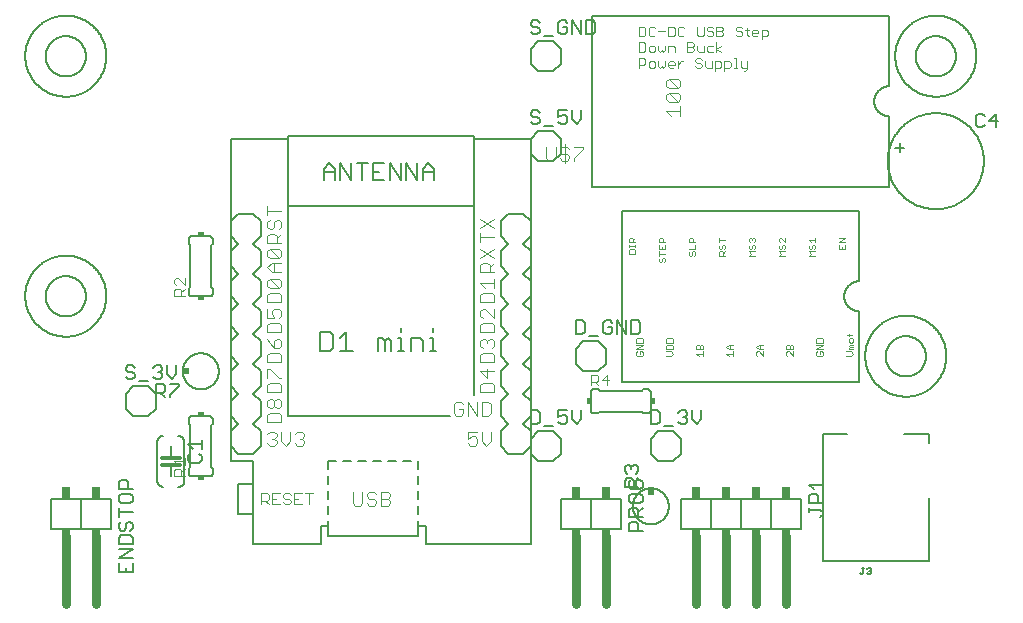
<source format=gbr>
G04 EAGLE Gerber X2 export*
%TF.Part,Single*%
%TF.FileFunction,Legend,Top,1*%
%TF.FilePolarity,Positive*%
%TF.GenerationSoftware,Autodesk,EAGLE,9.1.0*%
%TF.CreationDate,2018-11-27T10:29:58Z*%
G75*
%MOMM*%
%FSLAX34Y34*%
%LPD*%
%AMOC8*
5,1,8,0,0,1.08239X$1,22.5*%
G01*
%ADD10C,0.152400*%
%ADD11C,0.050800*%
%ADD12C,0.762000*%
%ADD13C,0.127000*%
%ADD14R,0.762000X0.508000*%
%ADD15R,0.762000X1.016000*%
%ADD16C,0.203200*%
%ADD17R,0.609600X0.584200*%
%ADD18C,0.101600*%
%ADD19R,0.508000X0.381000*%
%ADD20R,0.381000X0.508000*%
%ADD21C,0.304800*%
%ADD22R,0.584200X0.609600*%
%ADD23C,0.076200*%


D10*
X709930Y215900D02*
X709930Y275590D01*
X709930Y215900D02*
X709621Y215896D01*
X709312Y215885D01*
X709003Y215866D01*
X708695Y215840D01*
X708387Y215806D01*
X708081Y215765D01*
X707775Y215716D01*
X707471Y215660D01*
X707169Y215596D01*
X706868Y215525D01*
X706568Y215447D01*
X706271Y215362D01*
X705976Y215269D01*
X705683Y215169D01*
X705393Y215062D01*
X705106Y214948D01*
X704821Y214827D01*
X704539Y214699D01*
X704261Y214565D01*
X703986Y214423D01*
X703714Y214275D01*
X703447Y214120D01*
X703183Y213959D01*
X702923Y213792D01*
X702667Y213618D01*
X702415Y213438D01*
X702168Y213252D01*
X701926Y213060D01*
X701688Y212862D01*
X701455Y212659D01*
X701227Y212449D01*
X701005Y212235D01*
X700787Y212015D01*
X700575Y211789D01*
X700369Y211559D01*
X700168Y211324D01*
X699973Y211084D01*
X699784Y210839D01*
X699601Y210590D01*
X699424Y210336D01*
X699254Y210078D01*
X699089Y209816D01*
X698931Y209550D01*
X698780Y209280D01*
X698635Y209007D01*
X698497Y208730D01*
X698366Y208450D01*
X698242Y208167D01*
X698124Y207881D01*
X698014Y207592D01*
X697910Y207301D01*
X697814Y207007D01*
X697725Y206711D01*
X697643Y206412D01*
X697568Y206112D01*
X697501Y205810D01*
X697441Y205507D01*
X697389Y205202D01*
X697344Y204896D01*
X697306Y204589D01*
X697276Y204281D01*
X697254Y203973D01*
X697238Y203664D01*
X697231Y203355D01*
X697231Y203045D01*
X697238Y202736D01*
X697254Y202427D01*
X697276Y202119D01*
X697306Y201811D01*
X697344Y201504D01*
X697389Y201198D01*
X697441Y200893D01*
X697501Y200590D01*
X697568Y200288D01*
X697643Y199988D01*
X697725Y199689D01*
X697814Y199393D01*
X697910Y199099D01*
X698014Y198808D01*
X698124Y198519D01*
X698242Y198233D01*
X698366Y197950D01*
X698497Y197670D01*
X698635Y197393D01*
X698780Y197120D01*
X698931Y196850D01*
X699089Y196584D01*
X699254Y196322D01*
X699424Y196064D01*
X699601Y195810D01*
X699784Y195561D01*
X699973Y195316D01*
X700168Y195076D01*
X700369Y194841D01*
X700575Y194611D01*
X700787Y194385D01*
X701005Y194165D01*
X701227Y193951D01*
X701455Y193741D01*
X701688Y193538D01*
X701926Y193340D01*
X702168Y193148D01*
X702415Y192962D01*
X702667Y192782D01*
X702923Y192608D01*
X703183Y192441D01*
X703447Y192280D01*
X703714Y192125D01*
X703986Y191977D01*
X704261Y191835D01*
X704539Y191701D01*
X704821Y191573D01*
X705106Y191452D01*
X705393Y191338D01*
X705683Y191231D01*
X705976Y191131D01*
X706271Y191038D01*
X706568Y190953D01*
X706868Y190875D01*
X707169Y190804D01*
X707471Y190740D01*
X707775Y190684D01*
X708081Y190635D01*
X708387Y190594D01*
X708695Y190560D01*
X709003Y190534D01*
X709312Y190515D01*
X709621Y190504D01*
X709930Y190500D01*
X509270Y130810D02*
X509270Y275590D01*
X709930Y190500D02*
X709930Y130810D01*
X509270Y130810D01*
X509270Y275590D02*
X709930Y275590D01*
D11*
X692399Y246756D02*
X692399Y243028D01*
X697992Y243028D01*
X697992Y246756D01*
X695196Y244892D02*
X695196Y243028D01*
X697992Y248641D02*
X692399Y248641D01*
X697992Y252369D01*
X692399Y252369D01*
X672592Y237415D02*
X666999Y237415D01*
X668864Y239279D01*
X666999Y241143D01*
X672592Y241143D01*
X666999Y245824D02*
X667931Y246756D01*
X666999Y245824D02*
X666999Y243960D01*
X667931Y243028D01*
X668864Y243028D01*
X669796Y243960D01*
X669796Y245824D01*
X670728Y246756D01*
X671660Y246756D01*
X672592Y245824D01*
X672592Y243960D01*
X671660Y243028D01*
X668864Y248641D02*
X666999Y250505D01*
X672592Y250505D01*
X672592Y248641D02*
X672592Y252369D01*
X647192Y237415D02*
X641599Y237415D01*
X643464Y239279D01*
X641599Y241143D01*
X647192Y241143D01*
X641599Y245824D02*
X642531Y246756D01*
X641599Y245824D02*
X641599Y243960D01*
X642531Y243028D01*
X643464Y243028D01*
X644396Y243960D01*
X644396Y245824D01*
X645328Y246756D01*
X646260Y246756D01*
X647192Y245824D01*
X647192Y243960D01*
X646260Y243028D01*
X647192Y248641D02*
X647192Y252369D01*
X647192Y248641D02*
X643464Y252369D01*
X642531Y252369D01*
X641599Y251437D01*
X641599Y249573D01*
X642531Y248641D01*
X621792Y237415D02*
X616199Y237415D01*
X618064Y239279D01*
X616199Y241143D01*
X621792Y241143D01*
X616199Y245824D02*
X617131Y246756D01*
X616199Y245824D02*
X616199Y243960D01*
X617131Y243028D01*
X618064Y243028D01*
X618996Y243960D01*
X618996Y245824D01*
X619928Y246756D01*
X620860Y246756D01*
X621792Y245824D01*
X621792Y243960D01*
X620860Y243028D01*
X617131Y248641D02*
X616199Y249573D01*
X616199Y251437D01*
X617131Y252369D01*
X618064Y252369D01*
X618996Y251437D01*
X618996Y250505D01*
X618996Y251437D02*
X619928Y252369D01*
X620860Y252369D01*
X621792Y251437D01*
X621792Y249573D01*
X620860Y248641D01*
X596392Y237415D02*
X590799Y237415D01*
X590799Y240211D01*
X591731Y241143D01*
X593596Y241143D01*
X594528Y240211D01*
X594528Y237415D01*
X594528Y239279D02*
X596392Y241143D01*
X590799Y245824D02*
X591731Y246756D01*
X590799Y245824D02*
X590799Y243960D01*
X591731Y243028D01*
X592664Y243028D01*
X593596Y243960D01*
X593596Y245824D01*
X594528Y246756D01*
X595460Y246756D01*
X596392Y245824D01*
X596392Y243960D01*
X595460Y243028D01*
X596392Y250505D02*
X590799Y250505D01*
X590799Y248641D02*
X590799Y252369D01*
X540931Y235530D02*
X539999Y234598D01*
X539999Y232734D01*
X540931Y231802D01*
X541864Y231802D01*
X542796Y232734D01*
X542796Y234598D01*
X543728Y235530D01*
X544660Y235530D01*
X545592Y234598D01*
X545592Y232734D01*
X544660Y231802D01*
X545592Y239279D02*
X539999Y239279D01*
X539999Y237415D02*
X539999Y241143D01*
X539999Y243028D02*
X539999Y246756D01*
X539999Y243028D02*
X545592Y243028D01*
X545592Y246756D01*
X542796Y244892D02*
X542796Y243028D01*
X545592Y248641D02*
X539999Y248641D01*
X539999Y251437D01*
X540931Y252369D01*
X542796Y252369D01*
X543728Y251437D01*
X543728Y248641D01*
X520192Y239286D02*
X514599Y239286D01*
X520192Y239286D02*
X520192Y242082D01*
X519260Y243014D01*
X515531Y243014D01*
X514599Y242082D01*
X514599Y239286D01*
X520192Y244899D02*
X520192Y246763D01*
X520192Y245831D02*
X514599Y245831D01*
X514599Y244899D02*
X514599Y246763D01*
X514599Y248641D02*
X520192Y248641D01*
X514599Y248641D02*
X514599Y251437D01*
X515531Y252369D01*
X517396Y252369D01*
X518328Y251437D01*
X518328Y248641D01*
X518328Y250505D02*
X520192Y252369D01*
X699003Y152654D02*
X702732Y152654D01*
X704596Y154518D01*
X702732Y156383D01*
X699003Y156383D01*
X700868Y158267D02*
X704596Y158267D01*
X700868Y158267D02*
X700868Y159199D01*
X701800Y160131D01*
X704596Y160131D01*
X701800Y160131D02*
X700868Y161063D01*
X701800Y161996D01*
X704596Y161996D01*
X704596Y164812D02*
X704596Y166677D01*
X703664Y167609D01*
X701800Y167609D01*
X700868Y166677D01*
X700868Y164812D01*
X701800Y163880D01*
X703664Y163880D01*
X704596Y164812D01*
X703664Y170425D02*
X699935Y170425D01*
X703664Y170425D02*
X704596Y171358D01*
X700868Y171358D02*
X700868Y169493D01*
X674535Y156383D02*
X673603Y155450D01*
X673603Y153586D01*
X674535Y152654D01*
X678264Y152654D01*
X679196Y153586D01*
X679196Y155450D01*
X678264Y156383D01*
X676400Y156383D01*
X676400Y154518D01*
X679196Y158267D02*
X673603Y158267D01*
X679196Y161996D01*
X673603Y161996D01*
X673603Y163880D02*
X679196Y163880D01*
X679196Y166677D01*
X678264Y167609D01*
X674535Y167609D01*
X673603Y166677D01*
X673603Y163880D01*
X653796Y156383D02*
X653796Y152654D01*
X650068Y156383D01*
X649135Y156383D01*
X648203Y155450D01*
X648203Y153586D01*
X649135Y152654D01*
X648203Y158267D02*
X653796Y158267D01*
X648203Y158267D02*
X648203Y161063D01*
X649135Y161996D01*
X650068Y161996D01*
X651000Y161063D01*
X651932Y161996D01*
X652864Y161996D01*
X653796Y161063D01*
X653796Y158267D01*
X651000Y158267D02*
X651000Y161063D01*
X628396Y156383D02*
X628396Y152654D01*
X624668Y156383D01*
X623735Y156383D01*
X622803Y155450D01*
X622803Y153586D01*
X623735Y152654D01*
X624668Y158267D02*
X628396Y158267D01*
X624668Y158267D02*
X622803Y160131D01*
X624668Y161996D01*
X628396Y161996D01*
X625600Y161996D02*
X625600Y158267D01*
X599268Y152654D02*
X597403Y154518D01*
X602996Y154518D01*
X602996Y152654D02*
X602996Y156383D01*
X602996Y158267D02*
X599268Y158267D01*
X597403Y160131D01*
X599268Y161996D01*
X602996Y161996D01*
X600200Y161996D02*
X600200Y158267D01*
X573868Y152654D02*
X572003Y154518D01*
X577596Y154518D01*
X577596Y152654D02*
X577596Y156383D01*
X577596Y158267D02*
X572003Y158267D01*
X572003Y161063D01*
X572935Y161996D01*
X573868Y161996D01*
X574800Y161063D01*
X575732Y161996D01*
X576664Y161996D01*
X577596Y161063D01*
X577596Y158267D01*
X574800Y158267D02*
X574800Y161063D01*
X550332Y152654D02*
X546603Y152654D01*
X550332Y152654D02*
X552196Y154518D01*
X550332Y156383D01*
X546603Y156383D01*
X546603Y158267D02*
X552196Y158267D01*
X552196Y161063D01*
X551264Y161996D01*
X547535Y161996D01*
X546603Y161063D01*
X546603Y158267D01*
X546603Y163880D02*
X552196Y163880D01*
X552196Y166677D01*
X551264Y167609D01*
X547535Y167609D01*
X546603Y166677D01*
X546603Y163880D01*
X522135Y156383D02*
X521203Y155450D01*
X521203Y153586D01*
X522135Y152654D01*
X525864Y152654D01*
X526796Y153586D01*
X526796Y155450D01*
X525864Y156383D01*
X524000Y156383D01*
X524000Y154518D01*
X526796Y158267D02*
X521203Y158267D01*
X526796Y161996D01*
X521203Y161996D01*
X521203Y163880D02*
X526796Y163880D01*
X526796Y166677D01*
X525864Y167609D01*
X522135Y167609D01*
X521203Y166677D01*
X521203Y163880D01*
X565399Y240211D02*
X566331Y241143D01*
X565399Y240211D02*
X565399Y238347D01*
X566331Y237415D01*
X567264Y237415D01*
X568196Y238347D01*
X568196Y240211D01*
X569128Y241143D01*
X570060Y241143D01*
X570992Y240211D01*
X570992Y238347D01*
X570060Y237415D01*
X570992Y243028D02*
X565399Y243028D01*
X570992Y243028D02*
X570992Y246756D01*
X570992Y248641D02*
X565399Y248641D01*
X565399Y251437D01*
X566331Y252369D01*
X568196Y252369D01*
X569128Y251437D01*
X569128Y248641D01*
D10*
X635000Y31750D02*
X660400Y31750D01*
X635000Y31750D02*
X635000Y6350D01*
X660400Y6350D01*
X660400Y31750D01*
D12*
X647700Y0D02*
X647700Y-57150D01*
D10*
X635000Y31750D02*
X609600Y31750D01*
X609600Y6350D01*
X635000Y6350D01*
D12*
X622300Y0D02*
X622300Y-57150D01*
D10*
X609600Y31750D02*
X584200Y31750D01*
X584200Y6350D01*
X609600Y6350D01*
D12*
X596900Y0D02*
X596900Y-57150D01*
D10*
X584200Y31750D02*
X558800Y31750D01*
X558800Y6350D01*
X584200Y6350D01*
D12*
X571500Y0D02*
X571500Y-57150D01*
D13*
X676908Y16353D02*
X678815Y18260D01*
X678815Y20166D01*
X676908Y22073D01*
X667375Y22073D01*
X667375Y20166D02*
X667375Y23980D01*
X667375Y28047D02*
X678815Y28047D01*
X667375Y28047D02*
X667375Y33767D01*
X669282Y35674D01*
X673095Y35674D01*
X675002Y33767D01*
X675002Y28047D01*
X671189Y39741D02*
X667375Y43554D01*
X678815Y43554D01*
X678815Y39741D02*
X678815Y47367D01*
D14*
X647700Y3810D03*
X622300Y3810D03*
X596900Y3810D03*
X571500Y3810D03*
D15*
X647700Y36830D03*
X622300Y36830D03*
X596900Y36830D03*
X571500Y36830D03*
D10*
X508000Y31750D02*
X482600Y31750D01*
X482600Y6350D01*
X508000Y6350D01*
X508000Y31750D01*
D12*
X495300Y0D02*
X495300Y-57150D01*
D10*
X482600Y31750D02*
X457200Y31750D01*
X457200Y6350D01*
X482600Y6350D01*
D12*
X469900Y0D02*
X469900Y-57150D01*
D13*
X514975Y4659D02*
X526415Y4659D01*
X514975Y4659D02*
X514975Y10379D01*
X516882Y12286D01*
X520695Y12286D01*
X522602Y10379D01*
X522602Y4659D01*
X526415Y16353D02*
X514975Y16353D01*
X514975Y22073D01*
X516882Y23980D01*
X520695Y23980D01*
X522602Y22073D01*
X522602Y16353D01*
X522602Y20166D02*
X526415Y23980D01*
X514975Y29954D02*
X514975Y33767D01*
X514975Y29954D02*
X516882Y28047D01*
X524508Y28047D01*
X526415Y29954D01*
X526415Y33767D01*
X524508Y35673D01*
X516882Y35673D01*
X514975Y33767D01*
X514975Y45461D02*
X516882Y47367D01*
X514975Y45461D02*
X514975Y41648D01*
X516882Y39741D01*
X524508Y39741D01*
X526415Y41648D01*
X526415Y45461D01*
X524508Y47367D01*
X520695Y47367D01*
X520695Y43554D01*
D14*
X495300Y3810D03*
X469900Y3810D03*
D15*
X495300Y36830D03*
X469900Y36830D03*
D10*
X76200Y31750D02*
X50800Y31750D01*
X50800Y6350D01*
X76200Y6350D01*
X76200Y31750D01*
D12*
X63500Y0D02*
X63500Y-57150D01*
D10*
X50800Y31750D02*
X25400Y31750D01*
X25400Y6350D01*
X50800Y6350D01*
D12*
X38100Y0D02*
X38100Y-57150D01*
D13*
X83175Y-30423D02*
X83175Y-22796D01*
X83175Y-30423D02*
X94615Y-30423D01*
X94615Y-22796D01*
X88895Y-26610D02*
X88895Y-30423D01*
X94615Y-18729D02*
X83175Y-18729D01*
X94615Y-11102D01*
X83175Y-11102D01*
X83175Y-7035D02*
X94615Y-7035D01*
X94615Y-1315D01*
X92708Y592D01*
X85082Y592D01*
X83175Y-1315D01*
X83175Y-7035D01*
X83175Y10379D02*
X85082Y12285D01*
X83175Y10379D02*
X83175Y6566D01*
X85082Y4659D01*
X86989Y4659D01*
X88895Y6566D01*
X88895Y10379D01*
X90802Y12285D01*
X92708Y12285D01*
X94615Y10379D01*
X94615Y6566D01*
X92708Y4659D01*
X94615Y20166D02*
X83175Y20166D01*
X83175Y16353D02*
X83175Y23979D01*
X83175Y29954D02*
X83175Y33767D01*
X83175Y29954D02*
X85082Y28047D01*
X92708Y28047D01*
X94615Y29954D01*
X94615Y33767D01*
X92708Y35673D01*
X85082Y35673D01*
X83175Y33767D01*
X83175Y39741D02*
X94615Y39741D01*
X83175Y39741D02*
X83175Y45461D01*
X85082Y47367D01*
X88895Y47367D01*
X90802Y45461D01*
X90802Y39741D01*
D14*
X63500Y3810D03*
X38100Y3810D03*
D15*
X63500Y36830D03*
X38100Y36830D03*
D10*
X740410Y328930D02*
X748030Y328930D01*
X744220Y325120D02*
X744220Y332740D01*
X734060Y317500D02*
X734072Y318497D01*
X734109Y319494D01*
X734170Y320490D01*
X734256Y321483D01*
X734366Y322475D01*
X734500Y323463D01*
X734658Y324448D01*
X734841Y325428D01*
X735047Y326404D01*
X735278Y327375D01*
X735532Y328339D01*
X735810Y329297D01*
X736111Y330248D01*
X736436Y331191D01*
X736783Y332126D01*
X737154Y333052D01*
X737547Y333969D01*
X737962Y334876D01*
X738399Y335772D01*
X738859Y336658D01*
X739340Y337531D01*
X739842Y338393D01*
X740365Y339242D01*
X740909Y340078D01*
X741473Y340901D01*
X742058Y341709D01*
X742662Y342503D01*
X743285Y343282D01*
X743927Y344045D01*
X744588Y344792D01*
X745267Y345523D01*
X745963Y346237D01*
X746677Y346933D01*
X747408Y347612D01*
X748155Y348273D01*
X748918Y348915D01*
X749697Y349538D01*
X750491Y350142D01*
X751299Y350727D01*
X752122Y351291D01*
X752958Y351835D01*
X753807Y352358D01*
X754669Y352860D01*
X755542Y353341D01*
X756428Y353801D01*
X757324Y354238D01*
X758231Y354653D01*
X759148Y355046D01*
X760074Y355417D01*
X761009Y355764D01*
X761952Y356089D01*
X762903Y356390D01*
X763861Y356668D01*
X764825Y356922D01*
X765796Y357153D01*
X766772Y357359D01*
X767752Y357542D01*
X768737Y357700D01*
X769725Y357834D01*
X770717Y357944D01*
X771710Y358030D01*
X772706Y358091D01*
X773703Y358128D01*
X774700Y358140D01*
X775697Y358128D01*
X776694Y358091D01*
X777690Y358030D01*
X778683Y357944D01*
X779675Y357834D01*
X780663Y357700D01*
X781648Y357542D01*
X782628Y357359D01*
X783604Y357153D01*
X784575Y356922D01*
X785539Y356668D01*
X786497Y356390D01*
X787448Y356089D01*
X788391Y355764D01*
X789326Y355417D01*
X790252Y355046D01*
X791169Y354653D01*
X792076Y354238D01*
X792972Y353801D01*
X793858Y353341D01*
X794731Y352860D01*
X795593Y352358D01*
X796442Y351835D01*
X797278Y351291D01*
X798101Y350727D01*
X798909Y350142D01*
X799703Y349538D01*
X800482Y348915D01*
X801245Y348273D01*
X801992Y347612D01*
X802723Y346933D01*
X803437Y346237D01*
X804133Y345523D01*
X804812Y344792D01*
X805473Y344045D01*
X806115Y343282D01*
X806738Y342503D01*
X807342Y341709D01*
X807927Y340901D01*
X808491Y340078D01*
X809035Y339242D01*
X809558Y338393D01*
X810060Y337531D01*
X810541Y336658D01*
X811001Y335772D01*
X811438Y334876D01*
X811853Y333969D01*
X812246Y333052D01*
X812617Y332126D01*
X812964Y331191D01*
X813289Y330248D01*
X813590Y329297D01*
X813868Y328339D01*
X814122Y327375D01*
X814353Y326404D01*
X814559Y325428D01*
X814742Y324448D01*
X814900Y323463D01*
X815034Y322475D01*
X815144Y321483D01*
X815230Y320490D01*
X815291Y319494D01*
X815328Y318497D01*
X815340Y317500D01*
X815328Y316503D01*
X815291Y315506D01*
X815230Y314510D01*
X815144Y313517D01*
X815034Y312525D01*
X814900Y311537D01*
X814742Y310552D01*
X814559Y309572D01*
X814353Y308596D01*
X814122Y307625D01*
X813868Y306661D01*
X813590Y305703D01*
X813289Y304752D01*
X812964Y303809D01*
X812617Y302874D01*
X812246Y301948D01*
X811853Y301031D01*
X811438Y300124D01*
X811001Y299228D01*
X810541Y298342D01*
X810060Y297469D01*
X809558Y296607D01*
X809035Y295758D01*
X808491Y294922D01*
X807927Y294099D01*
X807342Y293291D01*
X806738Y292497D01*
X806115Y291718D01*
X805473Y290955D01*
X804812Y290208D01*
X804133Y289477D01*
X803437Y288763D01*
X802723Y288067D01*
X801992Y287388D01*
X801245Y286727D01*
X800482Y286085D01*
X799703Y285462D01*
X798909Y284858D01*
X798101Y284273D01*
X797278Y283709D01*
X796442Y283165D01*
X795593Y282642D01*
X794731Y282140D01*
X793858Y281659D01*
X792972Y281199D01*
X792076Y280762D01*
X791169Y280347D01*
X790252Y279954D01*
X789326Y279583D01*
X788391Y279236D01*
X787448Y278911D01*
X786497Y278610D01*
X785539Y278332D01*
X784575Y278078D01*
X783604Y277847D01*
X782628Y277641D01*
X781648Y277458D01*
X780663Y277300D01*
X779675Y277166D01*
X778683Y277056D01*
X777690Y276970D01*
X776694Y276909D01*
X775697Y276872D01*
X774700Y276860D01*
X773703Y276872D01*
X772706Y276909D01*
X771710Y276970D01*
X770717Y277056D01*
X769725Y277166D01*
X768737Y277300D01*
X767752Y277458D01*
X766772Y277641D01*
X765796Y277847D01*
X764825Y278078D01*
X763861Y278332D01*
X762903Y278610D01*
X761952Y278911D01*
X761009Y279236D01*
X760074Y279583D01*
X759148Y279954D01*
X758231Y280347D01*
X757324Y280762D01*
X756428Y281199D01*
X755542Y281659D01*
X754669Y282140D01*
X753807Y282642D01*
X752958Y283165D01*
X752122Y283709D01*
X751299Y284273D01*
X750491Y284858D01*
X749697Y285462D01*
X748918Y286085D01*
X748155Y286727D01*
X747408Y287388D01*
X746677Y288067D01*
X745963Y288763D01*
X745267Y289477D01*
X744588Y290208D01*
X743927Y290955D01*
X743285Y291718D01*
X742662Y292497D01*
X742058Y293291D01*
X741473Y294099D01*
X740909Y294922D01*
X740365Y295758D01*
X739842Y296607D01*
X739340Y297469D01*
X738859Y298342D01*
X738399Y299228D01*
X737962Y300124D01*
X737547Y301031D01*
X737154Y301948D01*
X736783Y302874D01*
X736436Y303809D01*
X736111Y304752D01*
X735810Y305703D01*
X735532Y306661D01*
X735278Y307625D01*
X735047Y308596D01*
X734841Y309572D01*
X734658Y310552D01*
X734500Y311537D01*
X734366Y312525D01*
X734256Y313517D01*
X734170Y314510D01*
X734109Y315506D01*
X734072Y316503D01*
X734060Y317500D01*
D13*
X814075Y357515D02*
X815982Y355608D01*
X814075Y357515D02*
X810262Y357515D01*
X808355Y355608D01*
X808355Y347982D01*
X810262Y346075D01*
X814075Y346075D01*
X815982Y347982D01*
X825769Y346075D02*
X825769Y357515D01*
X820049Y351795D01*
X827675Y351795D01*
D16*
X768900Y86200D02*
X747900Y86200D01*
X768900Y32200D02*
X768900Y-20800D01*
X768900Y79200D02*
X768900Y86200D01*
X678900Y86200D02*
X678900Y-20800D01*
X678900Y86200D02*
X699900Y86200D01*
X678900Y-20800D02*
X768900Y-20800D01*
D13*
X711624Y-31877D02*
X710819Y-31072D01*
X711624Y-31877D02*
X712429Y-31877D01*
X713234Y-31072D01*
X713234Y-27047D01*
X712429Y-27047D02*
X714039Y-27047D01*
X716432Y-27852D02*
X717237Y-27047D01*
X718847Y-27047D01*
X719652Y-27852D01*
X719652Y-28657D01*
X718847Y-29462D01*
X718042Y-29462D01*
X718847Y-29462D02*
X719652Y-30267D01*
X719652Y-31072D01*
X718847Y-31877D01*
X717237Y-31877D01*
X716432Y-31072D01*
D10*
X518160Y25400D02*
X518165Y25774D01*
X518178Y26148D01*
X518201Y26521D01*
X518233Y26894D01*
X518275Y27266D01*
X518325Y27636D01*
X518384Y28005D01*
X518453Y28373D01*
X518530Y28739D01*
X518617Y29103D01*
X518712Y29465D01*
X518816Y29824D01*
X518929Y30181D01*
X519051Y30534D01*
X519181Y30885D01*
X519320Y31232D01*
X519467Y31576D01*
X519623Y31916D01*
X519787Y32252D01*
X519960Y32584D01*
X520140Y32912D01*
X520328Y33235D01*
X520524Y33553D01*
X520728Y33867D01*
X520940Y34175D01*
X521159Y34478D01*
X521386Y34776D01*
X521619Y35068D01*
X521860Y35354D01*
X522108Y35635D01*
X522362Y35909D01*
X522624Y36176D01*
X522891Y36438D01*
X523165Y36692D01*
X523446Y36940D01*
X523732Y37181D01*
X524024Y37414D01*
X524322Y37641D01*
X524625Y37860D01*
X524933Y38072D01*
X525247Y38276D01*
X525565Y38472D01*
X525888Y38660D01*
X526216Y38840D01*
X526548Y39013D01*
X526884Y39177D01*
X527224Y39333D01*
X527568Y39480D01*
X527915Y39619D01*
X528266Y39749D01*
X528619Y39871D01*
X528976Y39984D01*
X529335Y40088D01*
X529697Y40183D01*
X530061Y40270D01*
X530427Y40347D01*
X530795Y40416D01*
X531164Y40475D01*
X531534Y40525D01*
X531906Y40567D01*
X532279Y40599D01*
X532652Y40622D01*
X533026Y40635D01*
X533400Y40640D01*
X533774Y40635D01*
X534148Y40622D01*
X534521Y40599D01*
X534894Y40567D01*
X535266Y40525D01*
X535636Y40475D01*
X536005Y40416D01*
X536373Y40347D01*
X536739Y40270D01*
X537103Y40183D01*
X537465Y40088D01*
X537824Y39984D01*
X538181Y39871D01*
X538534Y39749D01*
X538885Y39619D01*
X539232Y39480D01*
X539576Y39333D01*
X539916Y39177D01*
X540252Y39013D01*
X540584Y38840D01*
X540912Y38660D01*
X541235Y38472D01*
X541553Y38276D01*
X541867Y38072D01*
X542175Y37860D01*
X542478Y37641D01*
X542776Y37414D01*
X543068Y37181D01*
X543354Y36940D01*
X543635Y36692D01*
X543909Y36438D01*
X544176Y36176D01*
X544438Y35909D01*
X544692Y35635D01*
X544940Y35354D01*
X545181Y35068D01*
X545414Y34776D01*
X545641Y34478D01*
X545860Y34175D01*
X546072Y33867D01*
X546276Y33553D01*
X546472Y33235D01*
X546660Y32912D01*
X546840Y32584D01*
X547013Y32252D01*
X547177Y31916D01*
X547333Y31576D01*
X547480Y31232D01*
X547619Y30885D01*
X547749Y30534D01*
X547871Y30181D01*
X547984Y29824D01*
X548088Y29465D01*
X548183Y29103D01*
X548270Y28739D01*
X548347Y28373D01*
X548416Y28005D01*
X548475Y27636D01*
X548525Y27266D01*
X548567Y26894D01*
X548599Y26521D01*
X548622Y26148D01*
X548635Y25774D01*
X548640Y25400D01*
X548635Y25026D01*
X548622Y24652D01*
X548599Y24279D01*
X548567Y23906D01*
X548525Y23534D01*
X548475Y23164D01*
X548416Y22795D01*
X548347Y22427D01*
X548270Y22061D01*
X548183Y21697D01*
X548088Y21335D01*
X547984Y20976D01*
X547871Y20619D01*
X547749Y20266D01*
X547619Y19915D01*
X547480Y19568D01*
X547333Y19224D01*
X547177Y18884D01*
X547013Y18548D01*
X546840Y18216D01*
X546660Y17888D01*
X546472Y17565D01*
X546276Y17247D01*
X546072Y16933D01*
X545860Y16625D01*
X545641Y16322D01*
X545414Y16024D01*
X545181Y15732D01*
X544940Y15446D01*
X544692Y15165D01*
X544438Y14891D01*
X544176Y14624D01*
X543909Y14362D01*
X543635Y14108D01*
X543354Y13860D01*
X543068Y13619D01*
X542776Y13386D01*
X542478Y13159D01*
X542175Y12940D01*
X541867Y12728D01*
X541553Y12524D01*
X541235Y12328D01*
X540912Y12140D01*
X540584Y11960D01*
X540252Y11787D01*
X539916Y11623D01*
X539576Y11467D01*
X539232Y11320D01*
X538885Y11181D01*
X538534Y11051D01*
X538181Y10929D01*
X537824Y10816D01*
X537465Y10712D01*
X537103Y10617D01*
X536739Y10530D01*
X536373Y10453D01*
X536005Y10384D01*
X535636Y10325D01*
X535266Y10275D01*
X534894Y10233D01*
X534521Y10201D01*
X534148Y10178D01*
X533774Y10165D01*
X533400Y10160D01*
X533026Y10165D01*
X532652Y10178D01*
X532279Y10201D01*
X531906Y10233D01*
X531534Y10275D01*
X531164Y10325D01*
X530795Y10384D01*
X530427Y10453D01*
X530061Y10530D01*
X529697Y10617D01*
X529335Y10712D01*
X528976Y10816D01*
X528619Y10929D01*
X528266Y11051D01*
X527915Y11181D01*
X527568Y11320D01*
X527224Y11467D01*
X526884Y11623D01*
X526548Y11787D01*
X526216Y11960D01*
X525888Y12140D01*
X525565Y12328D01*
X525247Y12524D01*
X524933Y12728D01*
X524625Y12940D01*
X524322Y13159D01*
X524024Y13386D01*
X523732Y13619D01*
X523446Y13860D01*
X523165Y14108D01*
X522891Y14362D01*
X522624Y14624D01*
X522362Y14891D01*
X522108Y15165D01*
X521860Y15446D01*
X521619Y15732D01*
X521386Y16024D01*
X521159Y16322D01*
X520940Y16625D01*
X520728Y16933D01*
X520524Y17247D01*
X520328Y17565D01*
X520140Y17888D01*
X519960Y18216D01*
X519787Y18548D01*
X519623Y18884D01*
X519467Y19224D01*
X519320Y19568D01*
X519181Y19915D01*
X519051Y20266D01*
X518929Y20619D01*
X518816Y20976D01*
X518712Y21335D01*
X518617Y21697D01*
X518530Y22061D01*
X518453Y22427D01*
X518384Y22795D01*
X518325Y23164D01*
X518275Y23534D01*
X518233Y23906D01*
X518201Y24279D01*
X518178Y24652D01*
X518165Y25026D01*
X518160Y25400D01*
D13*
X522605Y41275D02*
X511165Y41275D01*
X511165Y46995D01*
X513072Y48902D01*
X516885Y48902D01*
X518792Y46995D01*
X518792Y41275D01*
X518792Y45088D02*
X522605Y48902D01*
X513072Y52969D02*
X511165Y54876D01*
X511165Y58689D01*
X513072Y60595D01*
X514979Y60595D01*
X516885Y58689D01*
X516885Y56782D01*
X516885Y58689D02*
X518792Y60595D01*
X520698Y60595D01*
X522605Y58689D01*
X522605Y54876D01*
X520698Y52969D01*
D17*
X533400Y37719D03*
D10*
X450850Y88900D02*
X438150Y88900D01*
X450850Y88900D02*
X457200Y82550D01*
X457200Y69850D01*
X450850Y63500D01*
X431800Y69850D02*
X431800Y82550D01*
X438150Y88900D01*
X431800Y69850D02*
X438150Y63500D01*
X450850Y63500D01*
D13*
X431673Y95123D02*
X431673Y106563D01*
X431673Y95123D02*
X437393Y95123D01*
X439300Y97030D01*
X439300Y104656D01*
X437393Y106563D01*
X431673Y106563D01*
X443367Y93216D02*
X450993Y93216D01*
X455061Y106563D02*
X462687Y106563D01*
X455061Y106563D02*
X455061Y100843D01*
X458874Y102750D01*
X460781Y102750D01*
X462687Y100843D01*
X462687Y97030D01*
X460781Y95123D01*
X456968Y95123D01*
X455061Y97030D01*
X466755Y98936D02*
X466755Y106563D01*
X466755Y98936D02*
X470568Y95123D01*
X474381Y98936D01*
X474381Y106563D01*
D10*
X450850Y342900D02*
X438150Y342900D01*
X450850Y342900D02*
X457200Y336550D01*
X457200Y323850D01*
X450850Y317500D01*
X431800Y323850D02*
X431800Y336550D01*
X438150Y342900D01*
X431800Y323850D02*
X438150Y317500D01*
X450850Y317500D01*
D13*
X439300Y358656D02*
X437393Y360563D01*
X433580Y360563D01*
X431673Y358656D01*
X431673Y356750D01*
X433580Y354843D01*
X437393Y354843D01*
X439300Y352936D01*
X439300Y351030D01*
X437393Y349123D01*
X433580Y349123D01*
X431673Y351030D01*
X443367Y347216D02*
X450993Y347216D01*
X455061Y360563D02*
X462687Y360563D01*
X455061Y360563D02*
X455061Y354843D01*
X458874Y356750D01*
X460781Y356750D01*
X462687Y354843D01*
X462687Y351030D01*
X460781Y349123D01*
X456968Y349123D01*
X455061Y351030D01*
X466755Y352936D02*
X466755Y360563D01*
X466755Y352936D02*
X470568Y349123D01*
X474381Y352936D01*
X474381Y360563D01*
D10*
X539750Y88900D02*
X552450Y88900D01*
X558800Y82550D01*
X558800Y69850D01*
X552450Y63500D01*
X533400Y69850D02*
X533400Y82550D01*
X539750Y88900D01*
X533400Y69850D02*
X539750Y63500D01*
X552450Y63500D01*
D13*
X533273Y95123D02*
X533273Y106563D01*
X533273Y95123D02*
X538993Y95123D01*
X540900Y97030D01*
X540900Y104656D01*
X538993Y106563D01*
X533273Y106563D01*
X544967Y93216D02*
X552593Y93216D01*
X556661Y104656D02*
X558568Y106563D01*
X562381Y106563D01*
X564287Y104656D01*
X564287Y102750D01*
X562381Y100843D01*
X560474Y100843D01*
X562381Y100843D02*
X564287Y98936D01*
X564287Y97030D01*
X562381Y95123D01*
X558568Y95123D01*
X556661Y97030D01*
X568355Y98936D02*
X568355Y106563D01*
X568355Y98936D02*
X572168Y95123D01*
X575981Y98936D01*
X575981Y106563D01*
D10*
X144780Y50800D02*
X144680Y50802D01*
X144581Y50808D01*
X144481Y50818D01*
X144383Y50831D01*
X144284Y50849D01*
X144187Y50870D01*
X144091Y50895D01*
X143995Y50924D01*
X143901Y50957D01*
X143808Y50993D01*
X143717Y51033D01*
X143627Y51077D01*
X143539Y51124D01*
X143453Y51174D01*
X143369Y51228D01*
X143287Y51285D01*
X143208Y51345D01*
X143130Y51409D01*
X143056Y51475D01*
X142984Y51544D01*
X142915Y51616D01*
X142849Y51690D01*
X142785Y51768D01*
X142725Y51847D01*
X142668Y51929D01*
X142614Y52013D01*
X142564Y52099D01*
X142517Y52187D01*
X142473Y52277D01*
X142433Y52368D01*
X142397Y52461D01*
X142364Y52555D01*
X142335Y52651D01*
X142310Y52747D01*
X142289Y52844D01*
X142271Y52943D01*
X142258Y53041D01*
X142248Y53141D01*
X142242Y53240D01*
X142240Y53340D01*
X160020Y50800D02*
X160120Y50802D01*
X160219Y50808D01*
X160319Y50818D01*
X160417Y50831D01*
X160516Y50849D01*
X160613Y50870D01*
X160709Y50895D01*
X160805Y50924D01*
X160899Y50957D01*
X160992Y50993D01*
X161083Y51033D01*
X161173Y51077D01*
X161261Y51124D01*
X161347Y51174D01*
X161431Y51228D01*
X161513Y51285D01*
X161592Y51345D01*
X161670Y51409D01*
X161744Y51475D01*
X161816Y51544D01*
X161885Y51616D01*
X161951Y51690D01*
X162015Y51768D01*
X162075Y51847D01*
X162132Y51929D01*
X162186Y52013D01*
X162236Y52099D01*
X162283Y52187D01*
X162327Y52277D01*
X162367Y52368D01*
X162403Y52461D01*
X162436Y52555D01*
X162465Y52651D01*
X162490Y52747D01*
X162511Y52844D01*
X162529Y52943D01*
X162542Y53041D01*
X162552Y53141D01*
X162558Y53240D01*
X162560Y53340D01*
X162560Y99060D02*
X162558Y99160D01*
X162552Y99259D01*
X162542Y99359D01*
X162529Y99457D01*
X162511Y99556D01*
X162490Y99653D01*
X162465Y99749D01*
X162436Y99845D01*
X162403Y99939D01*
X162367Y100032D01*
X162327Y100123D01*
X162283Y100213D01*
X162236Y100301D01*
X162186Y100387D01*
X162132Y100471D01*
X162075Y100553D01*
X162015Y100632D01*
X161951Y100710D01*
X161885Y100784D01*
X161816Y100856D01*
X161744Y100925D01*
X161670Y100991D01*
X161592Y101055D01*
X161513Y101115D01*
X161431Y101172D01*
X161347Y101226D01*
X161261Y101276D01*
X161173Y101323D01*
X161083Y101367D01*
X160992Y101407D01*
X160899Y101443D01*
X160805Y101476D01*
X160709Y101505D01*
X160613Y101530D01*
X160516Y101551D01*
X160417Y101569D01*
X160319Y101582D01*
X160219Y101592D01*
X160120Y101598D01*
X160020Y101600D01*
X144780Y101600D02*
X144680Y101598D01*
X144581Y101592D01*
X144481Y101582D01*
X144383Y101569D01*
X144284Y101551D01*
X144187Y101530D01*
X144091Y101505D01*
X143995Y101476D01*
X143901Y101443D01*
X143808Y101407D01*
X143717Y101367D01*
X143627Y101323D01*
X143539Y101276D01*
X143453Y101226D01*
X143369Y101172D01*
X143287Y101115D01*
X143208Y101055D01*
X143130Y100991D01*
X143056Y100925D01*
X142984Y100856D01*
X142915Y100784D01*
X142849Y100710D01*
X142785Y100632D01*
X142725Y100553D01*
X142668Y100471D01*
X142614Y100387D01*
X142564Y100301D01*
X142517Y100213D01*
X142473Y100123D01*
X142433Y100032D01*
X142397Y99939D01*
X142364Y99845D01*
X142335Y99749D01*
X142310Y99653D01*
X142289Y99556D01*
X142271Y99457D01*
X142258Y99359D01*
X142248Y99259D01*
X142242Y99160D01*
X142240Y99060D01*
X144780Y50800D02*
X160020Y50800D01*
X142240Y53340D02*
X142240Y57150D01*
X143510Y58420D01*
X162560Y57150D02*
X162560Y53340D01*
X162560Y57150D02*
X161290Y58420D01*
X143510Y93980D02*
X142240Y95250D01*
X143510Y93980D02*
X143510Y58420D01*
X161290Y93980D02*
X162560Y95250D01*
X161290Y93980D02*
X161290Y58420D01*
X142240Y95250D02*
X142240Y99060D01*
X162560Y99060D02*
X162560Y95250D01*
X160020Y101600D02*
X144780Y101600D01*
D18*
X138938Y51308D02*
X130040Y51308D01*
X130040Y55757D01*
X131523Y57240D01*
X134489Y57240D01*
X135972Y55757D01*
X135972Y51308D01*
X135972Y54274D02*
X138938Y57240D01*
X133006Y60429D02*
X130040Y63395D01*
X138938Y63395D01*
X138938Y60429D02*
X138938Y66361D01*
D19*
X152400Y103505D03*
X152400Y48895D03*
D10*
X144780Y203200D02*
X144680Y203202D01*
X144581Y203208D01*
X144481Y203218D01*
X144383Y203231D01*
X144284Y203249D01*
X144187Y203270D01*
X144091Y203295D01*
X143995Y203324D01*
X143901Y203357D01*
X143808Y203393D01*
X143717Y203433D01*
X143627Y203477D01*
X143539Y203524D01*
X143453Y203574D01*
X143369Y203628D01*
X143287Y203685D01*
X143208Y203745D01*
X143130Y203809D01*
X143056Y203875D01*
X142984Y203944D01*
X142915Y204016D01*
X142849Y204090D01*
X142785Y204168D01*
X142725Y204247D01*
X142668Y204329D01*
X142614Y204413D01*
X142564Y204499D01*
X142517Y204587D01*
X142473Y204677D01*
X142433Y204768D01*
X142397Y204861D01*
X142364Y204955D01*
X142335Y205051D01*
X142310Y205147D01*
X142289Y205244D01*
X142271Y205343D01*
X142258Y205441D01*
X142248Y205541D01*
X142242Y205640D01*
X142240Y205740D01*
X160020Y203200D02*
X160120Y203202D01*
X160219Y203208D01*
X160319Y203218D01*
X160417Y203231D01*
X160516Y203249D01*
X160613Y203270D01*
X160709Y203295D01*
X160805Y203324D01*
X160899Y203357D01*
X160992Y203393D01*
X161083Y203433D01*
X161173Y203477D01*
X161261Y203524D01*
X161347Y203574D01*
X161431Y203628D01*
X161513Y203685D01*
X161592Y203745D01*
X161670Y203809D01*
X161744Y203875D01*
X161816Y203944D01*
X161885Y204016D01*
X161951Y204090D01*
X162015Y204168D01*
X162075Y204247D01*
X162132Y204329D01*
X162186Y204413D01*
X162236Y204499D01*
X162283Y204587D01*
X162327Y204677D01*
X162367Y204768D01*
X162403Y204861D01*
X162436Y204955D01*
X162465Y205051D01*
X162490Y205147D01*
X162511Y205244D01*
X162529Y205343D01*
X162542Y205441D01*
X162552Y205541D01*
X162558Y205640D01*
X162560Y205740D01*
X162560Y251460D02*
X162558Y251560D01*
X162552Y251659D01*
X162542Y251759D01*
X162529Y251857D01*
X162511Y251956D01*
X162490Y252053D01*
X162465Y252149D01*
X162436Y252245D01*
X162403Y252339D01*
X162367Y252432D01*
X162327Y252523D01*
X162283Y252613D01*
X162236Y252701D01*
X162186Y252787D01*
X162132Y252871D01*
X162075Y252953D01*
X162015Y253032D01*
X161951Y253110D01*
X161885Y253184D01*
X161816Y253256D01*
X161744Y253325D01*
X161670Y253391D01*
X161592Y253455D01*
X161513Y253515D01*
X161431Y253572D01*
X161347Y253626D01*
X161261Y253676D01*
X161173Y253723D01*
X161083Y253767D01*
X160992Y253807D01*
X160899Y253843D01*
X160805Y253876D01*
X160709Y253905D01*
X160613Y253930D01*
X160516Y253951D01*
X160417Y253969D01*
X160319Y253982D01*
X160219Y253992D01*
X160120Y253998D01*
X160020Y254000D01*
X144780Y254000D02*
X144680Y253998D01*
X144581Y253992D01*
X144481Y253982D01*
X144383Y253969D01*
X144284Y253951D01*
X144187Y253930D01*
X144091Y253905D01*
X143995Y253876D01*
X143901Y253843D01*
X143808Y253807D01*
X143717Y253767D01*
X143627Y253723D01*
X143539Y253676D01*
X143453Y253626D01*
X143369Y253572D01*
X143287Y253515D01*
X143208Y253455D01*
X143130Y253391D01*
X143056Y253325D01*
X142984Y253256D01*
X142915Y253184D01*
X142849Y253110D01*
X142785Y253032D01*
X142725Y252953D01*
X142668Y252871D01*
X142614Y252787D01*
X142564Y252701D01*
X142517Y252613D01*
X142473Y252523D01*
X142433Y252432D01*
X142397Y252339D01*
X142364Y252245D01*
X142335Y252149D01*
X142310Y252053D01*
X142289Y251956D01*
X142271Y251857D01*
X142258Y251759D01*
X142248Y251659D01*
X142242Y251560D01*
X142240Y251460D01*
X144780Y203200D02*
X160020Y203200D01*
X142240Y205740D02*
X142240Y209550D01*
X143510Y210820D01*
X162560Y209550D02*
X162560Y205740D01*
X162560Y209550D02*
X161290Y210820D01*
X143510Y246380D02*
X142240Y247650D01*
X143510Y246380D02*
X143510Y210820D01*
X161290Y246380D02*
X162560Y247650D01*
X161290Y246380D02*
X161290Y210820D01*
X142240Y247650D02*
X142240Y251460D01*
X162560Y251460D02*
X162560Y247650D01*
X160020Y254000D02*
X144780Y254000D01*
D18*
X138938Y203708D02*
X130040Y203708D01*
X130040Y208157D01*
X131523Y209640D01*
X134489Y209640D01*
X135972Y208157D01*
X135972Y203708D01*
X135972Y206674D02*
X138938Y209640D01*
X138938Y212829D02*
X138938Y218761D01*
X138938Y212829D02*
X133006Y218761D01*
X131523Y218761D01*
X130040Y217278D01*
X130040Y214312D01*
X131523Y212829D01*
D19*
X152400Y255905D03*
X152400Y201295D03*
D10*
X482600Y121920D02*
X482602Y122020D01*
X482608Y122119D01*
X482618Y122219D01*
X482631Y122317D01*
X482649Y122416D01*
X482670Y122513D01*
X482695Y122609D01*
X482724Y122705D01*
X482757Y122799D01*
X482793Y122892D01*
X482833Y122983D01*
X482877Y123073D01*
X482924Y123161D01*
X482974Y123247D01*
X483028Y123331D01*
X483085Y123413D01*
X483145Y123492D01*
X483209Y123570D01*
X483275Y123644D01*
X483344Y123716D01*
X483416Y123785D01*
X483490Y123851D01*
X483568Y123915D01*
X483647Y123975D01*
X483729Y124032D01*
X483813Y124086D01*
X483899Y124136D01*
X483987Y124183D01*
X484077Y124227D01*
X484168Y124267D01*
X484261Y124303D01*
X484355Y124336D01*
X484451Y124365D01*
X484547Y124390D01*
X484644Y124411D01*
X484743Y124429D01*
X484841Y124442D01*
X484941Y124452D01*
X485040Y124458D01*
X485140Y124460D01*
X482600Y106680D02*
X482602Y106580D01*
X482608Y106481D01*
X482618Y106381D01*
X482631Y106283D01*
X482649Y106184D01*
X482670Y106087D01*
X482695Y105991D01*
X482724Y105895D01*
X482757Y105801D01*
X482793Y105708D01*
X482833Y105617D01*
X482877Y105527D01*
X482924Y105439D01*
X482974Y105353D01*
X483028Y105269D01*
X483085Y105187D01*
X483145Y105108D01*
X483209Y105030D01*
X483275Y104956D01*
X483344Y104884D01*
X483416Y104815D01*
X483490Y104749D01*
X483568Y104685D01*
X483647Y104625D01*
X483729Y104568D01*
X483813Y104514D01*
X483899Y104464D01*
X483987Y104417D01*
X484077Y104373D01*
X484168Y104333D01*
X484261Y104297D01*
X484355Y104264D01*
X484451Y104235D01*
X484547Y104210D01*
X484644Y104189D01*
X484743Y104171D01*
X484841Y104158D01*
X484941Y104148D01*
X485040Y104142D01*
X485140Y104140D01*
X530860Y104140D02*
X530960Y104142D01*
X531059Y104148D01*
X531159Y104158D01*
X531257Y104171D01*
X531356Y104189D01*
X531453Y104210D01*
X531549Y104235D01*
X531645Y104264D01*
X531739Y104297D01*
X531832Y104333D01*
X531923Y104373D01*
X532013Y104417D01*
X532101Y104464D01*
X532187Y104514D01*
X532271Y104568D01*
X532353Y104625D01*
X532432Y104685D01*
X532510Y104749D01*
X532584Y104815D01*
X532656Y104884D01*
X532725Y104956D01*
X532791Y105030D01*
X532855Y105108D01*
X532915Y105187D01*
X532972Y105269D01*
X533026Y105353D01*
X533076Y105439D01*
X533123Y105527D01*
X533167Y105617D01*
X533207Y105708D01*
X533243Y105801D01*
X533276Y105895D01*
X533305Y105991D01*
X533330Y106087D01*
X533351Y106184D01*
X533369Y106283D01*
X533382Y106381D01*
X533392Y106481D01*
X533398Y106580D01*
X533400Y106680D01*
X533400Y121920D02*
X533398Y122020D01*
X533392Y122119D01*
X533382Y122219D01*
X533369Y122317D01*
X533351Y122416D01*
X533330Y122513D01*
X533305Y122609D01*
X533276Y122705D01*
X533243Y122799D01*
X533207Y122892D01*
X533167Y122983D01*
X533123Y123073D01*
X533076Y123161D01*
X533026Y123247D01*
X532972Y123331D01*
X532915Y123413D01*
X532855Y123492D01*
X532791Y123570D01*
X532725Y123644D01*
X532656Y123716D01*
X532584Y123785D01*
X532510Y123851D01*
X532432Y123915D01*
X532353Y123975D01*
X532271Y124032D01*
X532187Y124086D01*
X532101Y124136D01*
X532013Y124183D01*
X531923Y124227D01*
X531832Y124267D01*
X531739Y124303D01*
X531645Y124336D01*
X531549Y124365D01*
X531453Y124390D01*
X531356Y124411D01*
X531257Y124429D01*
X531159Y124442D01*
X531059Y124452D01*
X530960Y124458D01*
X530860Y124460D01*
X482600Y121920D02*
X482600Y106680D01*
X485140Y124460D02*
X488950Y124460D01*
X490220Y123190D01*
X488950Y104140D02*
X485140Y104140D01*
X488950Y104140D02*
X490220Y105410D01*
X525780Y123190D02*
X527050Y124460D01*
X525780Y123190D02*
X490220Y123190D01*
X525780Y105410D02*
X527050Y104140D01*
X525780Y105410D02*
X490220Y105410D01*
X527050Y124460D02*
X530860Y124460D01*
X530860Y104140D02*
X527050Y104140D01*
X533400Y106680D02*
X533400Y121920D01*
D18*
X483108Y127762D02*
X483108Y136660D01*
X487557Y136660D01*
X489040Y135177D01*
X489040Y132211D01*
X487557Y130728D01*
X483108Y130728D01*
X486074Y130728D02*
X489040Y127762D01*
X496678Y127762D02*
X496678Y136660D01*
X492229Y132211D01*
X498161Y132211D01*
D20*
X535305Y114300D03*
X480695Y114300D03*
D10*
X107950Y127000D02*
X95250Y127000D01*
X107950Y127000D02*
X114300Y120650D01*
X114300Y107950D01*
X107950Y101600D01*
X88900Y107950D02*
X88900Y120650D01*
X95250Y127000D01*
X88900Y107950D02*
X95250Y101600D01*
X107950Y101600D01*
D13*
X96400Y142756D02*
X94493Y144663D01*
X90680Y144663D01*
X88773Y142756D01*
X88773Y140850D01*
X90680Y138943D01*
X94493Y138943D01*
X96400Y137036D01*
X96400Y135130D01*
X94493Y133223D01*
X90680Y133223D01*
X88773Y135130D01*
X100467Y131316D02*
X108093Y131316D01*
X112161Y142756D02*
X114068Y144663D01*
X117881Y144663D01*
X119787Y142756D01*
X119787Y140850D01*
X117881Y138943D01*
X115974Y138943D01*
X117881Y138943D02*
X119787Y137036D01*
X119787Y135130D01*
X117881Y133223D01*
X114068Y133223D01*
X112161Y135130D01*
X123855Y137036D02*
X123855Y144663D01*
X123855Y137036D02*
X127668Y133223D01*
X131481Y137036D01*
X131481Y144663D01*
D10*
X133350Y85090D02*
X133490Y85088D01*
X133630Y85082D01*
X133770Y85073D01*
X133909Y85059D01*
X134048Y85042D01*
X134186Y85021D01*
X134324Y84996D01*
X134461Y84967D01*
X134597Y84935D01*
X134732Y84898D01*
X134866Y84858D01*
X134999Y84815D01*
X135131Y84767D01*
X135262Y84717D01*
X135391Y84662D01*
X135518Y84604D01*
X135644Y84543D01*
X135768Y84478D01*
X135890Y84409D01*
X136010Y84338D01*
X136128Y84263D01*
X136245Y84185D01*
X136359Y84103D01*
X136470Y84019D01*
X136579Y83931D01*
X136686Y83841D01*
X136791Y83747D01*
X136892Y83651D01*
X136991Y83552D01*
X137087Y83451D01*
X137181Y83346D01*
X137271Y83239D01*
X137359Y83130D01*
X137443Y83019D01*
X137525Y82905D01*
X137603Y82788D01*
X137678Y82670D01*
X137749Y82550D01*
X137818Y82428D01*
X137883Y82304D01*
X137944Y82178D01*
X138002Y82051D01*
X138057Y81922D01*
X138107Y81791D01*
X138155Y81659D01*
X138198Y81526D01*
X138238Y81392D01*
X138275Y81257D01*
X138307Y81121D01*
X138336Y80984D01*
X138361Y80846D01*
X138382Y80708D01*
X138399Y80569D01*
X138413Y80430D01*
X138422Y80290D01*
X138428Y80150D01*
X138430Y80010D01*
X120650Y85090D02*
X120510Y85088D01*
X120370Y85082D01*
X120230Y85073D01*
X120091Y85059D01*
X119952Y85042D01*
X119814Y85021D01*
X119676Y84996D01*
X119539Y84967D01*
X119403Y84935D01*
X119268Y84898D01*
X119134Y84858D01*
X119001Y84815D01*
X118869Y84767D01*
X118738Y84717D01*
X118609Y84662D01*
X118482Y84604D01*
X118356Y84543D01*
X118232Y84478D01*
X118110Y84409D01*
X117990Y84338D01*
X117872Y84263D01*
X117755Y84185D01*
X117641Y84103D01*
X117530Y84019D01*
X117421Y83931D01*
X117314Y83841D01*
X117209Y83747D01*
X117108Y83651D01*
X117009Y83552D01*
X116913Y83451D01*
X116819Y83346D01*
X116729Y83239D01*
X116641Y83130D01*
X116557Y83019D01*
X116475Y82905D01*
X116397Y82788D01*
X116322Y82670D01*
X116251Y82550D01*
X116182Y82428D01*
X116117Y82304D01*
X116056Y82178D01*
X115998Y82051D01*
X115943Y81922D01*
X115893Y81791D01*
X115845Y81659D01*
X115802Y81526D01*
X115762Y81392D01*
X115725Y81257D01*
X115693Y81121D01*
X115664Y80984D01*
X115639Y80846D01*
X115618Y80708D01*
X115601Y80569D01*
X115587Y80430D01*
X115578Y80290D01*
X115572Y80150D01*
X115570Y80010D01*
X138430Y80010D02*
X138430Y46990D01*
X115570Y46990D02*
X115570Y80010D01*
X138430Y46990D02*
X138428Y46850D01*
X138422Y46710D01*
X138413Y46570D01*
X138399Y46431D01*
X138382Y46292D01*
X138361Y46154D01*
X138336Y46016D01*
X138307Y45879D01*
X138275Y45743D01*
X138238Y45608D01*
X138198Y45474D01*
X138155Y45341D01*
X138107Y45209D01*
X138057Y45078D01*
X138002Y44949D01*
X137944Y44822D01*
X137883Y44696D01*
X137818Y44572D01*
X137749Y44450D01*
X137678Y44330D01*
X137603Y44212D01*
X137525Y44095D01*
X137443Y43981D01*
X137359Y43870D01*
X137271Y43761D01*
X137181Y43654D01*
X137087Y43549D01*
X136991Y43448D01*
X136892Y43349D01*
X136791Y43253D01*
X136686Y43159D01*
X136579Y43069D01*
X136470Y42981D01*
X136359Y42897D01*
X136245Y42815D01*
X136128Y42737D01*
X136010Y42662D01*
X135890Y42591D01*
X135768Y42522D01*
X135644Y42457D01*
X135518Y42396D01*
X135391Y42338D01*
X135262Y42283D01*
X135131Y42233D01*
X134999Y42185D01*
X134866Y42142D01*
X134732Y42102D01*
X134597Y42065D01*
X134461Y42033D01*
X134324Y42004D01*
X134186Y41979D01*
X134048Y41958D01*
X133909Y41941D01*
X133770Y41927D01*
X133630Y41918D01*
X133490Y41912D01*
X133350Y41910D01*
X120650Y41910D02*
X120510Y41912D01*
X120370Y41918D01*
X120230Y41927D01*
X120091Y41941D01*
X119952Y41958D01*
X119814Y41979D01*
X119676Y42004D01*
X119539Y42033D01*
X119403Y42065D01*
X119268Y42102D01*
X119134Y42142D01*
X119001Y42185D01*
X118869Y42233D01*
X118738Y42283D01*
X118609Y42338D01*
X118482Y42396D01*
X118356Y42457D01*
X118232Y42522D01*
X118110Y42591D01*
X117990Y42662D01*
X117872Y42737D01*
X117755Y42815D01*
X117641Y42897D01*
X117530Y42981D01*
X117421Y43069D01*
X117314Y43159D01*
X117209Y43253D01*
X117108Y43349D01*
X117009Y43448D01*
X116913Y43549D01*
X116819Y43654D01*
X116729Y43761D01*
X116641Y43870D01*
X116557Y43981D01*
X116475Y44095D01*
X116397Y44212D01*
X116322Y44330D01*
X116251Y44450D01*
X116182Y44572D01*
X116117Y44696D01*
X116056Y44822D01*
X115998Y44949D01*
X115943Y45078D01*
X115893Y45209D01*
X115845Y45341D01*
X115802Y45474D01*
X115762Y45608D01*
X115725Y45743D01*
X115693Y45879D01*
X115664Y46016D01*
X115639Y46154D01*
X115618Y46292D01*
X115601Y46431D01*
X115587Y46570D01*
X115578Y46710D01*
X115572Y46850D01*
X115570Y46990D01*
D21*
X127000Y66548D02*
X134620Y66548D01*
X127000Y66548D02*
X119380Y66548D01*
X127000Y60198D02*
X134620Y60198D01*
X127000Y60198D02*
X119380Y60198D01*
D10*
X127000Y60198D02*
X127000Y50800D01*
X127000Y66548D02*
X127000Y76200D01*
D13*
X141595Y68057D02*
X143502Y69964D01*
X141595Y68057D02*
X141595Y64244D01*
X143502Y62337D01*
X151128Y62337D01*
X153035Y64244D01*
X153035Y68057D01*
X151128Y69964D01*
X145409Y74031D02*
X141595Y77844D01*
X153035Y77844D01*
X153035Y74031D02*
X153035Y81658D01*
D10*
X3810Y406400D02*
X3820Y407242D01*
X3851Y408083D01*
X3903Y408923D01*
X3975Y409761D01*
X4068Y410597D01*
X4181Y411431D01*
X4315Y412262D01*
X4469Y413090D01*
X4643Y413913D01*
X4838Y414732D01*
X5052Y415546D01*
X5287Y416354D01*
X5541Y417156D01*
X5814Y417952D01*
X6108Y418741D01*
X6420Y419522D01*
X6752Y420296D01*
X7102Y421061D01*
X7471Y421817D01*
X7859Y422564D01*
X8265Y423301D01*
X8688Y424029D01*
X9130Y424745D01*
X9589Y425451D01*
X10065Y426144D01*
X10558Y426827D01*
X11068Y427496D01*
X11593Y428153D01*
X12135Y428797D01*
X12693Y429428D01*
X13266Y430044D01*
X13853Y430647D01*
X14456Y431234D01*
X15072Y431807D01*
X15703Y432365D01*
X16347Y432907D01*
X17004Y433432D01*
X17673Y433942D01*
X18356Y434435D01*
X19049Y434911D01*
X19755Y435370D01*
X20471Y435812D01*
X21199Y436235D01*
X21936Y436641D01*
X22683Y437029D01*
X23439Y437398D01*
X24204Y437748D01*
X24978Y438080D01*
X25759Y438392D01*
X26548Y438686D01*
X27344Y438959D01*
X28146Y439213D01*
X28954Y439448D01*
X29768Y439662D01*
X30587Y439857D01*
X31410Y440031D01*
X32238Y440185D01*
X33069Y440319D01*
X33903Y440432D01*
X34739Y440525D01*
X35577Y440597D01*
X36417Y440649D01*
X37258Y440680D01*
X38100Y440690D01*
X38942Y440680D01*
X39783Y440649D01*
X40623Y440597D01*
X41461Y440525D01*
X42297Y440432D01*
X43131Y440319D01*
X43962Y440185D01*
X44790Y440031D01*
X45613Y439857D01*
X46432Y439662D01*
X47246Y439448D01*
X48054Y439213D01*
X48856Y438959D01*
X49652Y438686D01*
X50441Y438392D01*
X51222Y438080D01*
X51996Y437748D01*
X52761Y437398D01*
X53517Y437029D01*
X54264Y436641D01*
X55001Y436235D01*
X55729Y435812D01*
X56445Y435370D01*
X57151Y434911D01*
X57844Y434435D01*
X58527Y433942D01*
X59196Y433432D01*
X59853Y432907D01*
X60497Y432365D01*
X61128Y431807D01*
X61744Y431234D01*
X62347Y430647D01*
X62934Y430044D01*
X63507Y429428D01*
X64065Y428797D01*
X64607Y428153D01*
X65132Y427496D01*
X65642Y426827D01*
X66135Y426144D01*
X66611Y425451D01*
X67070Y424745D01*
X67512Y424029D01*
X67935Y423301D01*
X68341Y422564D01*
X68729Y421817D01*
X69098Y421061D01*
X69448Y420296D01*
X69780Y419522D01*
X70092Y418741D01*
X70386Y417952D01*
X70659Y417156D01*
X70913Y416354D01*
X71148Y415546D01*
X71362Y414732D01*
X71557Y413913D01*
X71731Y413090D01*
X71885Y412262D01*
X72019Y411431D01*
X72132Y410597D01*
X72225Y409761D01*
X72297Y408923D01*
X72349Y408083D01*
X72380Y407242D01*
X72390Y406400D01*
X72380Y405558D01*
X72349Y404717D01*
X72297Y403877D01*
X72225Y403039D01*
X72132Y402203D01*
X72019Y401369D01*
X71885Y400538D01*
X71731Y399710D01*
X71557Y398887D01*
X71362Y398068D01*
X71148Y397254D01*
X70913Y396446D01*
X70659Y395644D01*
X70386Y394848D01*
X70092Y394059D01*
X69780Y393278D01*
X69448Y392504D01*
X69098Y391739D01*
X68729Y390983D01*
X68341Y390236D01*
X67935Y389499D01*
X67512Y388771D01*
X67070Y388055D01*
X66611Y387349D01*
X66135Y386656D01*
X65642Y385973D01*
X65132Y385304D01*
X64607Y384647D01*
X64065Y384003D01*
X63507Y383372D01*
X62934Y382756D01*
X62347Y382153D01*
X61744Y381566D01*
X61128Y380993D01*
X60497Y380435D01*
X59853Y379893D01*
X59196Y379368D01*
X58527Y378858D01*
X57844Y378365D01*
X57151Y377889D01*
X56445Y377430D01*
X55729Y376988D01*
X55001Y376565D01*
X54264Y376159D01*
X53517Y375771D01*
X52761Y375402D01*
X51996Y375052D01*
X51222Y374720D01*
X50441Y374408D01*
X49652Y374114D01*
X48856Y373841D01*
X48054Y373587D01*
X47246Y373352D01*
X46432Y373138D01*
X45613Y372943D01*
X44790Y372769D01*
X43962Y372615D01*
X43131Y372481D01*
X42297Y372368D01*
X41461Y372275D01*
X40623Y372203D01*
X39783Y372151D01*
X38942Y372120D01*
X38100Y372110D01*
X37258Y372120D01*
X36417Y372151D01*
X35577Y372203D01*
X34739Y372275D01*
X33903Y372368D01*
X33069Y372481D01*
X32238Y372615D01*
X31410Y372769D01*
X30587Y372943D01*
X29768Y373138D01*
X28954Y373352D01*
X28146Y373587D01*
X27344Y373841D01*
X26548Y374114D01*
X25759Y374408D01*
X24978Y374720D01*
X24204Y375052D01*
X23439Y375402D01*
X22683Y375771D01*
X21936Y376159D01*
X21199Y376565D01*
X20471Y376988D01*
X19755Y377430D01*
X19049Y377889D01*
X18356Y378365D01*
X17673Y378858D01*
X17004Y379368D01*
X16347Y379893D01*
X15703Y380435D01*
X15072Y380993D01*
X14456Y381566D01*
X13853Y382153D01*
X13266Y382756D01*
X12693Y383372D01*
X12135Y384003D01*
X11593Y384647D01*
X11068Y385304D01*
X10558Y385973D01*
X10065Y386656D01*
X9589Y387349D01*
X9130Y388055D01*
X8688Y388771D01*
X8265Y389499D01*
X7859Y390236D01*
X7471Y390983D01*
X7102Y391739D01*
X6752Y392504D01*
X6420Y393278D01*
X6108Y394059D01*
X5814Y394848D01*
X5541Y395644D01*
X5287Y396446D01*
X5052Y397254D01*
X4838Y398068D01*
X4643Y398887D01*
X4469Y399710D01*
X4315Y400538D01*
X4181Y401369D01*
X4068Y402203D01*
X3975Y403039D01*
X3903Y403877D01*
X3851Y404717D01*
X3820Y405558D01*
X3810Y406400D01*
D16*
X21100Y406400D02*
X21105Y406817D01*
X21120Y407234D01*
X21146Y407651D01*
X21182Y408066D01*
X21228Y408481D01*
X21284Y408894D01*
X21350Y409306D01*
X21427Y409717D01*
X21513Y410125D01*
X21609Y410531D01*
X21716Y410934D01*
X21832Y411335D01*
X21958Y411733D01*
X22094Y412127D01*
X22239Y412518D01*
X22394Y412906D01*
X22558Y413289D01*
X22732Y413668D01*
X22915Y414043D01*
X23107Y414414D01*
X23309Y414779D01*
X23519Y415140D01*
X23737Y415495D01*
X23965Y415845D01*
X24201Y416189D01*
X24445Y416527D01*
X24698Y416859D01*
X24959Y417185D01*
X25227Y417504D01*
X25504Y417817D01*
X25788Y418122D01*
X26079Y418421D01*
X26378Y418712D01*
X26683Y418996D01*
X26996Y419273D01*
X27315Y419541D01*
X27641Y419802D01*
X27973Y420055D01*
X28311Y420299D01*
X28655Y420535D01*
X29005Y420763D01*
X29360Y420981D01*
X29721Y421191D01*
X30086Y421393D01*
X30457Y421585D01*
X30832Y421768D01*
X31211Y421942D01*
X31594Y422106D01*
X31982Y422261D01*
X32373Y422406D01*
X32767Y422542D01*
X33165Y422668D01*
X33566Y422784D01*
X33969Y422891D01*
X34375Y422987D01*
X34783Y423073D01*
X35194Y423150D01*
X35606Y423216D01*
X36019Y423272D01*
X36434Y423318D01*
X36849Y423354D01*
X37266Y423380D01*
X37683Y423395D01*
X38100Y423400D01*
X38517Y423395D01*
X38934Y423380D01*
X39351Y423354D01*
X39766Y423318D01*
X40181Y423272D01*
X40594Y423216D01*
X41006Y423150D01*
X41417Y423073D01*
X41825Y422987D01*
X42231Y422891D01*
X42634Y422784D01*
X43035Y422668D01*
X43433Y422542D01*
X43827Y422406D01*
X44218Y422261D01*
X44606Y422106D01*
X44989Y421942D01*
X45368Y421768D01*
X45743Y421585D01*
X46114Y421393D01*
X46479Y421191D01*
X46840Y420981D01*
X47195Y420763D01*
X47545Y420535D01*
X47889Y420299D01*
X48227Y420055D01*
X48559Y419802D01*
X48885Y419541D01*
X49204Y419273D01*
X49517Y418996D01*
X49822Y418712D01*
X50121Y418421D01*
X50412Y418122D01*
X50696Y417817D01*
X50973Y417504D01*
X51241Y417185D01*
X51502Y416859D01*
X51755Y416527D01*
X51999Y416189D01*
X52235Y415845D01*
X52463Y415495D01*
X52681Y415140D01*
X52891Y414779D01*
X53093Y414414D01*
X53285Y414043D01*
X53468Y413668D01*
X53642Y413289D01*
X53806Y412906D01*
X53961Y412518D01*
X54106Y412127D01*
X54242Y411733D01*
X54368Y411335D01*
X54484Y410934D01*
X54591Y410531D01*
X54687Y410125D01*
X54773Y409717D01*
X54850Y409306D01*
X54916Y408894D01*
X54972Y408481D01*
X55018Y408066D01*
X55054Y407651D01*
X55080Y407234D01*
X55095Y406817D01*
X55100Y406400D01*
X55095Y405983D01*
X55080Y405566D01*
X55054Y405149D01*
X55018Y404734D01*
X54972Y404319D01*
X54916Y403906D01*
X54850Y403494D01*
X54773Y403083D01*
X54687Y402675D01*
X54591Y402269D01*
X54484Y401866D01*
X54368Y401465D01*
X54242Y401067D01*
X54106Y400673D01*
X53961Y400282D01*
X53806Y399894D01*
X53642Y399511D01*
X53468Y399132D01*
X53285Y398757D01*
X53093Y398386D01*
X52891Y398021D01*
X52681Y397660D01*
X52463Y397305D01*
X52235Y396955D01*
X51999Y396611D01*
X51755Y396273D01*
X51502Y395941D01*
X51241Y395615D01*
X50973Y395296D01*
X50696Y394983D01*
X50412Y394678D01*
X50121Y394379D01*
X49822Y394088D01*
X49517Y393804D01*
X49204Y393527D01*
X48885Y393259D01*
X48559Y392998D01*
X48227Y392745D01*
X47889Y392501D01*
X47545Y392265D01*
X47195Y392037D01*
X46840Y391819D01*
X46479Y391609D01*
X46114Y391407D01*
X45743Y391215D01*
X45368Y391032D01*
X44989Y390858D01*
X44606Y390694D01*
X44218Y390539D01*
X43827Y390394D01*
X43433Y390258D01*
X43035Y390132D01*
X42634Y390016D01*
X42231Y389909D01*
X41825Y389813D01*
X41417Y389727D01*
X41006Y389650D01*
X40594Y389584D01*
X40181Y389528D01*
X39766Y389482D01*
X39351Y389446D01*
X38934Y389420D01*
X38517Y389405D01*
X38100Y389400D01*
X37683Y389405D01*
X37266Y389420D01*
X36849Y389446D01*
X36434Y389482D01*
X36019Y389528D01*
X35606Y389584D01*
X35194Y389650D01*
X34783Y389727D01*
X34375Y389813D01*
X33969Y389909D01*
X33566Y390016D01*
X33165Y390132D01*
X32767Y390258D01*
X32373Y390394D01*
X31982Y390539D01*
X31594Y390694D01*
X31211Y390858D01*
X30832Y391032D01*
X30457Y391215D01*
X30086Y391407D01*
X29721Y391609D01*
X29360Y391819D01*
X29005Y392037D01*
X28655Y392265D01*
X28311Y392501D01*
X27973Y392745D01*
X27641Y392998D01*
X27315Y393259D01*
X26996Y393527D01*
X26683Y393804D01*
X26378Y394088D01*
X26079Y394379D01*
X25788Y394678D01*
X25504Y394983D01*
X25227Y395296D01*
X24959Y395615D01*
X24698Y395941D01*
X24445Y396273D01*
X24201Y396611D01*
X23965Y396955D01*
X23737Y397305D01*
X23519Y397660D01*
X23309Y398021D01*
X23107Y398386D01*
X22915Y398757D01*
X22732Y399132D01*
X22558Y399511D01*
X22394Y399894D01*
X22239Y400282D01*
X22094Y400673D01*
X21958Y401067D01*
X21832Y401465D01*
X21716Y401866D01*
X21609Y402269D01*
X21513Y402675D01*
X21427Y403083D01*
X21350Y403494D01*
X21284Y403906D01*
X21228Y404319D01*
X21182Y404734D01*
X21146Y405149D01*
X21120Y405566D01*
X21105Y405983D01*
X21100Y406400D01*
D10*
X3810Y203200D02*
X3820Y204042D01*
X3851Y204883D01*
X3903Y205723D01*
X3975Y206561D01*
X4068Y207397D01*
X4181Y208231D01*
X4315Y209062D01*
X4469Y209890D01*
X4643Y210713D01*
X4838Y211532D01*
X5052Y212346D01*
X5287Y213154D01*
X5541Y213956D01*
X5814Y214752D01*
X6108Y215541D01*
X6420Y216322D01*
X6752Y217096D01*
X7102Y217861D01*
X7471Y218617D01*
X7859Y219364D01*
X8265Y220101D01*
X8688Y220829D01*
X9130Y221545D01*
X9589Y222251D01*
X10065Y222944D01*
X10558Y223627D01*
X11068Y224296D01*
X11593Y224953D01*
X12135Y225597D01*
X12693Y226228D01*
X13266Y226844D01*
X13853Y227447D01*
X14456Y228034D01*
X15072Y228607D01*
X15703Y229165D01*
X16347Y229707D01*
X17004Y230232D01*
X17673Y230742D01*
X18356Y231235D01*
X19049Y231711D01*
X19755Y232170D01*
X20471Y232612D01*
X21199Y233035D01*
X21936Y233441D01*
X22683Y233829D01*
X23439Y234198D01*
X24204Y234548D01*
X24978Y234880D01*
X25759Y235192D01*
X26548Y235486D01*
X27344Y235759D01*
X28146Y236013D01*
X28954Y236248D01*
X29768Y236462D01*
X30587Y236657D01*
X31410Y236831D01*
X32238Y236985D01*
X33069Y237119D01*
X33903Y237232D01*
X34739Y237325D01*
X35577Y237397D01*
X36417Y237449D01*
X37258Y237480D01*
X38100Y237490D01*
X38942Y237480D01*
X39783Y237449D01*
X40623Y237397D01*
X41461Y237325D01*
X42297Y237232D01*
X43131Y237119D01*
X43962Y236985D01*
X44790Y236831D01*
X45613Y236657D01*
X46432Y236462D01*
X47246Y236248D01*
X48054Y236013D01*
X48856Y235759D01*
X49652Y235486D01*
X50441Y235192D01*
X51222Y234880D01*
X51996Y234548D01*
X52761Y234198D01*
X53517Y233829D01*
X54264Y233441D01*
X55001Y233035D01*
X55729Y232612D01*
X56445Y232170D01*
X57151Y231711D01*
X57844Y231235D01*
X58527Y230742D01*
X59196Y230232D01*
X59853Y229707D01*
X60497Y229165D01*
X61128Y228607D01*
X61744Y228034D01*
X62347Y227447D01*
X62934Y226844D01*
X63507Y226228D01*
X64065Y225597D01*
X64607Y224953D01*
X65132Y224296D01*
X65642Y223627D01*
X66135Y222944D01*
X66611Y222251D01*
X67070Y221545D01*
X67512Y220829D01*
X67935Y220101D01*
X68341Y219364D01*
X68729Y218617D01*
X69098Y217861D01*
X69448Y217096D01*
X69780Y216322D01*
X70092Y215541D01*
X70386Y214752D01*
X70659Y213956D01*
X70913Y213154D01*
X71148Y212346D01*
X71362Y211532D01*
X71557Y210713D01*
X71731Y209890D01*
X71885Y209062D01*
X72019Y208231D01*
X72132Y207397D01*
X72225Y206561D01*
X72297Y205723D01*
X72349Y204883D01*
X72380Y204042D01*
X72390Y203200D01*
X72380Y202358D01*
X72349Y201517D01*
X72297Y200677D01*
X72225Y199839D01*
X72132Y199003D01*
X72019Y198169D01*
X71885Y197338D01*
X71731Y196510D01*
X71557Y195687D01*
X71362Y194868D01*
X71148Y194054D01*
X70913Y193246D01*
X70659Y192444D01*
X70386Y191648D01*
X70092Y190859D01*
X69780Y190078D01*
X69448Y189304D01*
X69098Y188539D01*
X68729Y187783D01*
X68341Y187036D01*
X67935Y186299D01*
X67512Y185571D01*
X67070Y184855D01*
X66611Y184149D01*
X66135Y183456D01*
X65642Y182773D01*
X65132Y182104D01*
X64607Y181447D01*
X64065Y180803D01*
X63507Y180172D01*
X62934Y179556D01*
X62347Y178953D01*
X61744Y178366D01*
X61128Y177793D01*
X60497Y177235D01*
X59853Y176693D01*
X59196Y176168D01*
X58527Y175658D01*
X57844Y175165D01*
X57151Y174689D01*
X56445Y174230D01*
X55729Y173788D01*
X55001Y173365D01*
X54264Y172959D01*
X53517Y172571D01*
X52761Y172202D01*
X51996Y171852D01*
X51222Y171520D01*
X50441Y171208D01*
X49652Y170914D01*
X48856Y170641D01*
X48054Y170387D01*
X47246Y170152D01*
X46432Y169938D01*
X45613Y169743D01*
X44790Y169569D01*
X43962Y169415D01*
X43131Y169281D01*
X42297Y169168D01*
X41461Y169075D01*
X40623Y169003D01*
X39783Y168951D01*
X38942Y168920D01*
X38100Y168910D01*
X37258Y168920D01*
X36417Y168951D01*
X35577Y169003D01*
X34739Y169075D01*
X33903Y169168D01*
X33069Y169281D01*
X32238Y169415D01*
X31410Y169569D01*
X30587Y169743D01*
X29768Y169938D01*
X28954Y170152D01*
X28146Y170387D01*
X27344Y170641D01*
X26548Y170914D01*
X25759Y171208D01*
X24978Y171520D01*
X24204Y171852D01*
X23439Y172202D01*
X22683Y172571D01*
X21936Y172959D01*
X21199Y173365D01*
X20471Y173788D01*
X19755Y174230D01*
X19049Y174689D01*
X18356Y175165D01*
X17673Y175658D01*
X17004Y176168D01*
X16347Y176693D01*
X15703Y177235D01*
X15072Y177793D01*
X14456Y178366D01*
X13853Y178953D01*
X13266Y179556D01*
X12693Y180172D01*
X12135Y180803D01*
X11593Y181447D01*
X11068Y182104D01*
X10558Y182773D01*
X10065Y183456D01*
X9589Y184149D01*
X9130Y184855D01*
X8688Y185571D01*
X8265Y186299D01*
X7859Y187036D01*
X7471Y187783D01*
X7102Y188539D01*
X6752Y189304D01*
X6420Y190078D01*
X6108Y190859D01*
X5814Y191648D01*
X5541Y192444D01*
X5287Y193246D01*
X5052Y194054D01*
X4838Y194868D01*
X4643Y195687D01*
X4469Y196510D01*
X4315Y197338D01*
X4181Y198169D01*
X4068Y199003D01*
X3975Y199839D01*
X3903Y200677D01*
X3851Y201517D01*
X3820Y202358D01*
X3810Y203200D01*
D16*
X21100Y203200D02*
X21105Y203617D01*
X21120Y204034D01*
X21146Y204451D01*
X21182Y204866D01*
X21228Y205281D01*
X21284Y205694D01*
X21350Y206106D01*
X21427Y206517D01*
X21513Y206925D01*
X21609Y207331D01*
X21716Y207734D01*
X21832Y208135D01*
X21958Y208533D01*
X22094Y208927D01*
X22239Y209318D01*
X22394Y209706D01*
X22558Y210089D01*
X22732Y210468D01*
X22915Y210843D01*
X23107Y211214D01*
X23309Y211579D01*
X23519Y211940D01*
X23737Y212295D01*
X23965Y212645D01*
X24201Y212989D01*
X24445Y213327D01*
X24698Y213659D01*
X24959Y213985D01*
X25227Y214304D01*
X25504Y214617D01*
X25788Y214922D01*
X26079Y215221D01*
X26378Y215512D01*
X26683Y215796D01*
X26996Y216073D01*
X27315Y216341D01*
X27641Y216602D01*
X27973Y216855D01*
X28311Y217099D01*
X28655Y217335D01*
X29005Y217563D01*
X29360Y217781D01*
X29721Y217991D01*
X30086Y218193D01*
X30457Y218385D01*
X30832Y218568D01*
X31211Y218742D01*
X31594Y218906D01*
X31982Y219061D01*
X32373Y219206D01*
X32767Y219342D01*
X33165Y219468D01*
X33566Y219584D01*
X33969Y219691D01*
X34375Y219787D01*
X34783Y219873D01*
X35194Y219950D01*
X35606Y220016D01*
X36019Y220072D01*
X36434Y220118D01*
X36849Y220154D01*
X37266Y220180D01*
X37683Y220195D01*
X38100Y220200D01*
X38517Y220195D01*
X38934Y220180D01*
X39351Y220154D01*
X39766Y220118D01*
X40181Y220072D01*
X40594Y220016D01*
X41006Y219950D01*
X41417Y219873D01*
X41825Y219787D01*
X42231Y219691D01*
X42634Y219584D01*
X43035Y219468D01*
X43433Y219342D01*
X43827Y219206D01*
X44218Y219061D01*
X44606Y218906D01*
X44989Y218742D01*
X45368Y218568D01*
X45743Y218385D01*
X46114Y218193D01*
X46479Y217991D01*
X46840Y217781D01*
X47195Y217563D01*
X47545Y217335D01*
X47889Y217099D01*
X48227Y216855D01*
X48559Y216602D01*
X48885Y216341D01*
X49204Y216073D01*
X49517Y215796D01*
X49822Y215512D01*
X50121Y215221D01*
X50412Y214922D01*
X50696Y214617D01*
X50973Y214304D01*
X51241Y213985D01*
X51502Y213659D01*
X51755Y213327D01*
X51999Y212989D01*
X52235Y212645D01*
X52463Y212295D01*
X52681Y211940D01*
X52891Y211579D01*
X53093Y211214D01*
X53285Y210843D01*
X53468Y210468D01*
X53642Y210089D01*
X53806Y209706D01*
X53961Y209318D01*
X54106Y208927D01*
X54242Y208533D01*
X54368Y208135D01*
X54484Y207734D01*
X54591Y207331D01*
X54687Y206925D01*
X54773Y206517D01*
X54850Y206106D01*
X54916Y205694D01*
X54972Y205281D01*
X55018Y204866D01*
X55054Y204451D01*
X55080Y204034D01*
X55095Y203617D01*
X55100Y203200D01*
X55095Y202783D01*
X55080Y202366D01*
X55054Y201949D01*
X55018Y201534D01*
X54972Y201119D01*
X54916Y200706D01*
X54850Y200294D01*
X54773Y199883D01*
X54687Y199475D01*
X54591Y199069D01*
X54484Y198666D01*
X54368Y198265D01*
X54242Y197867D01*
X54106Y197473D01*
X53961Y197082D01*
X53806Y196694D01*
X53642Y196311D01*
X53468Y195932D01*
X53285Y195557D01*
X53093Y195186D01*
X52891Y194821D01*
X52681Y194460D01*
X52463Y194105D01*
X52235Y193755D01*
X51999Y193411D01*
X51755Y193073D01*
X51502Y192741D01*
X51241Y192415D01*
X50973Y192096D01*
X50696Y191783D01*
X50412Y191478D01*
X50121Y191179D01*
X49822Y190888D01*
X49517Y190604D01*
X49204Y190327D01*
X48885Y190059D01*
X48559Y189798D01*
X48227Y189545D01*
X47889Y189301D01*
X47545Y189065D01*
X47195Y188837D01*
X46840Y188619D01*
X46479Y188409D01*
X46114Y188207D01*
X45743Y188015D01*
X45368Y187832D01*
X44989Y187658D01*
X44606Y187494D01*
X44218Y187339D01*
X43827Y187194D01*
X43433Y187058D01*
X43035Y186932D01*
X42634Y186816D01*
X42231Y186709D01*
X41825Y186613D01*
X41417Y186527D01*
X41006Y186450D01*
X40594Y186384D01*
X40181Y186328D01*
X39766Y186282D01*
X39351Y186246D01*
X38934Y186220D01*
X38517Y186205D01*
X38100Y186200D01*
X37683Y186205D01*
X37266Y186220D01*
X36849Y186246D01*
X36434Y186282D01*
X36019Y186328D01*
X35606Y186384D01*
X35194Y186450D01*
X34783Y186527D01*
X34375Y186613D01*
X33969Y186709D01*
X33566Y186816D01*
X33165Y186932D01*
X32767Y187058D01*
X32373Y187194D01*
X31982Y187339D01*
X31594Y187494D01*
X31211Y187658D01*
X30832Y187832D01*
X30457Y188015D01*
X30086Y188207D01*
X29721Y188409D01*
X29360Y188619D01*
X29005Y188837D01*
X28655Y189065D01*
X28311Y189301D01*
X27973Y189545D01*
X27641Y189798D01*
X27315Y190059D01*
X26996Y190327D01*
X26683Y190604D01*
X26378Y190888D01*
X26079Y191179D01*
X25788Y191478D01*
X25504Y191783D01*
X25227Y192096D01*
X24959Y192415D01*
X24698Y192741D01*
X24445Y193073D01*
X24201Y193411D01*
X23965Y193755D01*
X23737Y194105D01*
X23519Y194460D01*
X23309Y194821D01*
X23107Y195186D01*
X22915Y195557D01*
X22732Y195932D01*
X22558Y196311D01*
X22394Y196694D01*
X22239Y197082D01*
X22094Y197473D01*
X21958Y197867D01*
X21832Y198265D01*
X21716Y198666D01*
X21609Y199069D01*
X21513Y199475D01*
X21427Y199883D01*
X21350Y200294D01*
X21284Y200706D01*
X21228Y201119D01*
X21182Y201534D01*
X21146Y201949D01*
X21120Y202366D01*
X21105Y202783D01*
X21100Y203200D01*
D10*
X740410Y406400D02*
X740420Y407242D01*
X740451Y408083D01*
X740503Y408923D01*
X740575Y409761D01*
X740668Y410597D01*
X740781Y411431D01*
X740915Y412262D01*
X741069Y413090D01*
X741243Y413913D01*
X741438Y414732D01*
X741652Y415546D01*
X741887Y416354D01*
X742141Y417156D01*
X742414Y417952D01*
X742708Y418741D01*
X743020Y419522D01*
X743352Y420296D01*
X743702Y421061D01*
X744071Y421817D01*
X744459Y422564D01*
X744865Y423301D01*
X745288Y424029D01*
X745730Y424745D01*
X746189Y425451D01*
X746665Y426144D01*
X747158Y426827D01*
X747668Y427496D01*
X748193Y428153D01*
X748735Y428797D01*
X749293Y429428D01*
X749866Y430044D01*
X750453Y430647D01*
X751056Y431234D01*
X751672Y431807D01*
X752303Y432365D01*
X752947Y432907D01*
X753604Y433432D01*
X754273Y433942D01*
X754956Y434435D01*
X755649Y434911D01*
X756355Y435370D01*
X757071Y435812D01*
X757799Y436235D01*
X758536Y436641D01*
X759283Y437029D01*
X760039Y437398D01*
X760804Y437748D01*
X761578Y438080D01*
X762359Y438392D01*
X763148Y438686D01*
X763944Y438959D01*
X764746Y439213D01*
X765554Y439448D01*
X766368Y439662D01*
X767187Y439857D01*
X768010Y440031D01*
X768838Y440185D01*
X769669Y440319D01*
X770503Y440432D01*
X771339Y440525D01*
X772177Y440597D01*
X773017Y440649D01*
X773858Y440680D01*
X774700Y440690D01*
X775542Y440680D01*
X776383Y440649D01*
X777223Y440597D01*
X778061Y440525D01*
X778897Y440432D01*
X779731Y440319D01*
X780562Y440185D01*
X781390Y440031D01*
X782213Y439857D01*
X783032Y439662D01*
X783846Y439448D01*
X784654Y439213D01*
X785456Y438959D01*
X786252Y438686D01*
X787041Y438392D01*
X787822Y438080D01*
X788596Y437748D01*
X789361Y437398D01*
X790117Y437029D01*
X790864Y436641D01*
X791601Y436235D01*
X792329Y435812D01*
X793045Y435370D01*
X793751Y434911D01*
X794444Y434435D01*
X795127Y433942D01*
X795796Y433432D01*
X796453Y432907D01*
X797097Y432365D01*
X797728Y431807D01*
X798344Y431234D01*
X798947Y430647D01*
X799534Y430044D01*
X800107Y429428D01*
X800665Y428797D01*
X801207Y428153D01*
X801732Y427496D01*
X802242Y426827D01*
X802735Y426144D01*
X803211Y425451D01*
X803670Y424745D01*
X804112Y424029D01*
X804535Y423301D01*
X804941Y422564D01*
X805329Y421817D01*
X805698Y421061D01*
X806048Y420296D01*
X806380Y419522D01*
X806692Y418741D01*
X806986Y417952D01*
X807259Y417156D01*
X807513Y416354D01*
X807748Y415546D01*
X807962Y414732D01*
X808157Y413913D01*
X808331Y413090D01*
X808485Y412262D01*
X808619Y411431D01*
X808732Y410597D01*
X808825Y409761D01*
X808897Y408923D01*
X808949Y408083D01*
X808980Y407242D01*
X808990Y406400D01*
X808980Y405558D01*
X808949Y404717D01*
X808897Y403877D01*
X808825Y403039D01*
X808732Y402203D01*
X808619Y401369D01*
X808485Y400538D01*
X808331Y399710D01*
X808157Y398887D01*
X807962Y398068D01*
X807748Y397254D01*
X807513Y396446D01*
X807259Y395644D01*
X806986Y394848D01*
X806692Y394059D01*
X806380Y393278D01*
X806048Y392504D01*
X805698Y391739D01*
X805329Y390983D01*
X804941Y390236D01*
X804535Y389499D01*
X804112Y388771D01*
X803670Y388055D01*
X803211Y387349D01*
X802735Y386656D01*
X802242Y385973D01*
X801732Y385304D01*
X801207Y384647D01*
X800665Y384003D01*
X800107Y383372D01*
X799534Y382756D01*
X798947Y382153D01*
X798344Y381566D01*
X797728Y380993D01*
X797097Y380435D01*
X796453Y379893D01*
X795796Y379368D01*
X795127Y378858D01*
X794444Y378365D01*
X793751Y377889D01*
X793045Y377430D01*
X792329Y376988D01*
X791601Y376565D01*
X790864Y376159D01*
X790117Y375771D01*
X789361Y375402D01*
X788596Y375052D01*
X787822Y374720D01*
X787041Y374408D01*
X786252Y374114D01*
X785456Y373841D01*
X784654Y373587D01*
X783846Y373352D01*
X783032Y373138D01*
X782213Y372943D01*
X781390Y372769D01*
X780562Y372615D01*
X779731Y372481D01*
X778897Y372368D01*
X778061Y372275D01*
X777223Y372203D01*
X776383Y372151D01*
X775542Y372120D01*
X774700Y372110D01*
X773858Y372120D01*
X773017Y372151D01*
X772177Y372203D01*
X771339Y372275D01*
X770503Y372368D01*
X769669Y372481D01*
X768838Y372615D01*
X768010Y372769D01*
X767187Y372943D01*
X766368Y373138D01*
X765554Y373352D01*
X764746Y373587D01*
X763944Y373841D01*
X763148Y374114D01*
X762359Y374408D01*
X761578Y374720D01*
X760804Y375052D01*
X760039Y375402D01*
X759283Y375771D01*
X758536Y376159D01*
X757799Y376565D01*
X757071Y376988D01*
X756355Y377430D01*
X755649Y377889D01*
X754956Y378365D01*
X754273Y378858D01*
X753604Y379368D01*
X752947Y379893D01*
X752303Y380435D01*
X751672Y380993D01*
X751056Y381566D01*
X750453Y382153D01*
X749866Y382756D01*
X749293Y383372D01*
X748735Y384003D01*
X748193Y384647D01*
X747668Y385304D01*
X747158Y385973D01*
X746665Y386656D01*
X746189Y387349D01*
X745730Y388055D01*
X745288Y388771D01*
X744865Y389499D01*
X744459Y390236D01*
X744071Y390983D01*
X743702Y391739D01*
X743352Y392504D01*
X743020Y393278D01*
X742708Y394059D01*
X742414Y394848D01*
X742141Y395644D01*
X741887Y396446D01*
X741652Y397254D01*
X741438Y398068D01*
X741243Y398887D01*
X741069Y399710D01*
X740915Y400538D01*
X740781Y401369D01*
X740668Y402203D01*
X740575Y403039D01*
X740503Y403877D01*
X740451Y404717D01*
X740420Y405558D01*
X740410Y406400D01*
D16*
X757700Y406400D02*
X757705Y406817D01*
X757720Y407234D01*
X757746Y407651D01*
X757782Y408066D01*
X757828Y408481D01*
X757884Y408894D01*
X757950Y409306D01*
X758027Y409717D01*
X758113Y410125D01*
X758209Y410531D01*
X758316Y410934D01*
X758432Y411335D01*
X758558Y411733D01*
X758694Y412127D01*
X758839Y412518D01*
X758994Y412906D01*
X759158Y413289D01*
X759332Y413668D01*
X759515Y414043D01*
X759707Y414414D01*
X759909Y414779D01*
X760119Y415140D01*
X760337Y415495D01*
X760565Y415845D01*
X760801Y416189D01*
X761045Y416527D01*
X761298Y416859D01*
X761559Y417185D01*
X761827Y417504D01*
X762104Y417817D01*
X762388Y418122D01*
X762679Y418421D01*
X762978Y418712D01*
X763283Y418996D01*
X763596Y419273D01*
X763915Y419541D01*
X764241Y419802D01*
X764573Y420055D01*
X764911Y420299D01*
X765255Y420535D01*
X765605Y420763D01*
X765960Y420981D01*
X766321Y421191D01*
X766686Y421393D01*
X767057Y421585D01*
X767432Y421768D01*
X767811Y421942D01*
X768194Y422106D01*
X768582Y422261D01*
X768973Y422406D01*
X769367Y422542D01*
X769765Y422668D01*
X770166Y422784D01*
X770569Y422891D01*
X770975Y422987D01*
X771383Y423073D01*
X771794Y423150D01*
X772206Y423216D01*
X772619Y423272D01*
X773034Y423318D01*
X773449Y423354D01*
X773866Y423380D01*
X774283Y423395D01*
X774700Y423400D01*
X775117Y423395D01*
X775534Y423380D01*
X775951Y423354D01*
X776366Y423318D01*
X776781Y423272D01*
X777194Y423216D01*
X777606Y423150D01*
X778017Y423073D01*
X778425Y422987D01*
X778831Y422891D01*
X779234Y422784D01*
X779635Y422668D01*
X780033Y422542D01*
X780427Y422406D01*
X780818Y422261D01*
X781206Y422106D01*
X781589Y421942D01*
X781968Y421768D01*
X782343Y421585D01*
X782714Y421393D01*
X783079Y421191D01*
X783440Y420981D01*
X783795Y420763D01*
X784145Y420535D01*
X784489Y420299D01*
X784827Y420055D01*
X785159Y419802D01*
X785485Y419541D01*
X785804Y419273D01*
X786117Y418996D01*
X786422Y418712D01*
X786721Y418421D01*
X787012Y418122D01*
X787296Y417817D01*
X787573Y417504D01*
X787841Y417185D01*
X788102Y416859D01*
X788355Y416527D01*
X788599Y416189D01*
X788835Y415845D01*
X789063Y415495D01*
X789281Y415140D01*
X789491Y414779D01*
X789693Y414414D01*
X789885Y414043D01*
X790068Y413668D01*
X790242Y413289D01*
X790406Y412906D01*
X790561Y412518D01*
X790706Y412127D01*
X790842Y411733D01*
X790968Y411335D01*
X791084Y410934D01*
X791191Y410531D01*
X791287Y410125D01*
X791373Y409717D01*
X791450Y409306D01*
X791516Y408894D01*
X791572Y408481D01*
X791618Y408066D01*
X791654Y407651D01*
X791680Y407234D01*
X791695Y406817D01*
X791700Y406400D01*
X791695Y405983D01*
X791680Y405566D01*
X791654Y405149D01*
X791618Y404734D01*
X791572Y404319D01*
X791516Y403906D01*
X791450Y403494D01*
X791373Y403083D01*
X791287Y402675D01*
X791191Y402269D01*
X791084Y401866D01*
X790968Y401465D01*
X790842Y401067D01*
X790706Y400673D01*
X790561Y400282D01*
X790406Y399894D01*
X790242Y399511D01*
X790068Y399132D01*
X789885Y398757D01*
X789693Y398386D01*
X789491Y398021D01*
X789281Y397660D01*
X789063Y397305D01*
X788835Y396955D01*
X788599Y396611D01*
X788355Y396273D01*
X788102Y395941D01*
X787841Y395615D01*
X787573Y395296D01*
X787296Y394983D01*
X787012Y394678D01*
X786721Y394379D01*
X786422Y394088D01*
X786117Y393804D01*
X785804Y393527D01*
X785485Y393259D01*
X785159Y392998D01*
X784827Y392745D01*
X784489Y392501D01*
X784145Y392265D01*
X783795Y392037D01*
X783440Y391819D01*
X783079Y391609D01*
X782714Y391407D01*
X782343Y391215D01*
X781968Y391032D01*
X781589Y390858D01*
X781206Y390694D01*
X780818Y390539D01*
X780427Y390394D01*
X780033Y390258D01*
X779635Y390132D01*
X779234Y390016D01*
X778831Y389909D01*
X778425Y389813D01*
X778017Y389727D01*
X777606Y389650D01*
X777194Y389584D01*
X776781Y389528D01*
X776366Y389482D01*
X775951Y389446D01*
X775534Y389420D01*
X775117Y389405D01*
X774700Y389400D01*
X774283Y389405D01*
X773866Y389420D01*
X773449Y389446D01*
X773034Y389482D01*
X772619Y389528D01*
X772206Y389584D01*
X771794Y389650D01*
X771383Y389727D01*
X770975Y389813D01*
X770569Y389909D01*
X770166Y390016D01*
X769765Y390132D01*
X769367Y390258D01*
X768973Y390394D01*
X768582Y390539D01*
X768194Y390694D01*
X767811Y390858D01*
X767432Y391032D01*
X767057Y391215D01*
X766686Y391407D01*
X766321Y391609D01*
X765960Y391819D01*
X765605Y392037D01*
X765255Y392265D01*
X764911Y392501D01*
X764573Y392745D01*
X764241Y392998D01*
X763915Y393259D01*
X763596Y393527D01*
X763283Y393804D01*
X762978Y394088D01*
X762679Y394379D01*
X762388Y394678D01*
X762104Y394983D01*
X761827Y395296D01*
X761559Y395615D01*
X761298Y395941D01*
X761045Y396273D01*
X760801Y396611D01*
X760565Y396955D01*
X760337Y397305D01*
X760119Y397660D01*
X759909Y398021D01*
X759707Y398386D01*
X759515Y398757D01*
X759332Y399132D01*
X759158Y399511D01*
X758994Y399894D01*
X758839Y400282D01*
X758694Y400673D01*
X758558Y401067D01*
X758432Y401465D01*
X758316Y401866D01*
X758209Y402269D01*
X758113Y402675D01*
X758027Y403083D01*
X757950Y403494D01*
X757884Y403906D01*
X757828Y404319D01*
X757782Y404734D01*
X757746Y405149D01*
X757720Y405566D01*
X757705Y405983D01*
X757700Y406400D01*
D10*
X715010Y152400D02*
X715020Y153242D01*
X715051Y154083D01*
X715103Y154923D01*
X715175Y155761D01*
X715268Y156597D01*
X715381Y157431D01*
X715515Y158262D01*
X715669Y159090D01*
X715843Y159913D01*
X716038Y160732D01*
X716252Y161546D01*
X716487Y162354D01*
X716741Y163156D01*
X717014Y163952D01*
X717308Y164741D01*
X717620Y165522D01*
X717952Y166296D01*
X718302Y167061D01*
X718671Y167817D01*
X719059Y168564D01*
X719465Y169301D01*
X719888Y170029D01*
X720330Y170745D01*
X720789Y171451D01*
X721265Y172144D01*
X721758Y172827D01*
X722268Y173496D01*
X722793Y174153D01*
X723335Y174797D01*
X723893Y175428D01*
X724466Y176044D01*
X725053Y176647D01*
X725656Y177234D01*
X726272Y177807D01*
X726903Y178365D01*
X727547Y178907D01*
X728204Y179432D01*
X728873Y179942D01*
X729556Y180435D01*
X730249Y180911D01*
X730955Y181370D01*
X731671Y181812D01*
X732399Y182235D01*
X733136Y182641D01*
X733883Y183029D01*
X734639Y183398D01*
X735404Y183748D01*
X736178Y184080D01*
X736959Y184392D01*
X737748Y184686D01*
X738544Y184959D01*
X739346Y185213D01*
X740154Y185448D01*
X740968Y185662D01*
X741787Y185857D01*
X742610Y186031D01*
X743438Y186185D01*
X744269Y186319D01*
X745103Y186432D01*
X745939Y186525D01*
X746777Y186597D01*
X747617Y186649D01*
X748458Y186680D01*
X749300Y186690D01*
X750142Y186680D01*
X750983Y186649D01*
X751823Y186597D01*
X752661Y186525D01*
X753497Y186432D01*
X754331Y186319D01*
X755162Y186185D01*
X755990Y186031D01*
X756813Y185857D01*
X757632Y185662D01*
X758446Y185448D01*
X759254Y185213D01*
X760056Y184959D01*
X760852Y184686D01*
X761641Y184392D01*
X762422Y184080D01*
X763196Y183748D01*
X763961Y183398D01*
X764717Y183029D01*
X765464Y182641D01*
X766201Y182235D01*
X766929Y181812D01*
X767645Y181370D01*
X768351Y180911D01*
X769044Y180435D01*
X769727Y179942D01*
X770396Y179432D01*
X771053Y178907D01*
X771697Y178365D01*
X772328Y177807D01*
X772944Y177234D01*
X773547Y176647D01*
X774134Y176044D01*
X774707Y175428D01*
X775265Y174797D01*
X775807Y174153D01*
X776332Y173496D01*
X776842Y172827D01*
X777335Y172144D01*
X777811Y171451D01*
X778270Y170745D01*
X778712Y170029D01*
X779135Y169301D01*
X779541Y168564D01*
X779929Y167817D01*
X780298Y167061D01*
X780648Y166296D01*
X780980Y165522D01*
X781292Y164741D01*
X781586Y163952D01*
X781859Y163156D01*
X782113Y162354D01*
X782348Y161546D01*
X782562Y160732D01*
X782757Y159913D01*
X782931Y159090D01*
X783085Y158262D01*
X783219Y157431D01*
X783332Y156597D01*
X783425Y155761D01*
X783497Y154923D01*
X783549Y154083D01*
X783580Y153242D01*
X783590Y152400D01*
X783580Y151558D01*
X783549Y150717D01*
X783497Y149877D01*
X783425Y149039D01*
X783332Y148203D01*
X783219Y147369D01*
X783085Y146538D01*
X782931Y145710D01*
X782757Y144887D01*
X782562Y144068D01*
X782348Y143254D01*
X782113Y142446D01*
X781859Y141644D01*
X781586Y140848D01*
X781292Y140059D01*
X780980Y139278D01*
X780648Y138504D01*
X780298Y137739D01*
X779929Y136983D01*
X779541Y136236D01*
X779135Y135499D01*
X778712Y134771D01*
X778270Y134055D01*
X777811Y133349D01*
X777335Y132656D01*
X776842Y131973D01*
X776332Y131304D01*
X775807Y130647D01*
X775265Y130003D01*
X774707Y129372D01*
X774134Y128756D01*
X773547Y128153D01*
X772944Y127566D01*
X772328Y126993D01*
X771697Y126435D01*
X771053Y125893D01*
X770396Y125368D01*
X769727Y124858D01*
X769044Y124365D01*
X768351Y123889D01*
X767645Y123430D01*
X766929Y122988D01*
X766201Y122565D01*
X765464Y122159D01*
X764717Y121771D01*
X763961Y121402D01*
X763196Y121052D01*
X762422Y120720D01*
X761641Y120408D01*
X760852Y120114D01*
X760056Y119841D01*
X759254Y119587D01*
X758446Y119352D01*
X757632Y119138D01*
X756813Y118943D01*
X755990Y118769D01*
X755162Y118615D01*
X754331Y118481D01*
X753497Y118368D01*
X752661Y118275D01*
X751823Y118203D01*
X750983Y118151D01*
X750142Y118120D01*
X749300Y118110D01*
X748458Y118120D01*
X747617Y118151D01*
X746777Y118203D01*
X745939Y118275D01*
X745103Y118368D01*
X744269Y118481D01*
X743438Y118615D01*
X742610Y118769D01*
X741787Y118943D01*
X740968Y119138D01*
X740154Y119352D01*
X739346Y119587D01*
X738544Y119841D01*
X737748Y120114D01*
X736959Y120408D01*
X736178Y120720D01*
X735404Y121052D01*
X734639Y121402D01*
X733883Y121771D01*
X733136Y122159D01*
X732399Y122565D01*
X731671Y122988D01*
X730955Y123430D01*
X730249Y123889D01*
X729556Y124365D01*
X728873Y124858D01*
X728204Y125368D01*
X727547Y125893D01*
X726903Y126435D01*
X726272Y126993D01*
X725656Y127566D01*
X725053Y128153D01*
X724466Y128756D01*
X723893Y129372D01*
X723335Y130003D01*
X722793Y130647D01*
X722268Y131304D01*
X721758Y131973D01*
X721265Y132656D01*
X720789Y133349D01*
X720330Y134055D01*
X719888Y134771D01*
X719465Y135499D01*
X719059Y136236D01*
X718671Y136983D01*
X718302Y137739D01*
X717952Y138504D01*
X717620Y139278D01*
X717308Y140059D01*
X717014Y140848D01*
X716741Y141644D01*
X716487Y142446D01*
X716252Y143254D01*
X716038Y144068D01*
X715843Y144887D01*
X715669Y145710D01*
X715515Y146538D01*
X715381Y147369D01*
X715268Y148203D01*
X715175Y149039D01*
X715103Y149877D01*
X715051Y150717D01*
X715020Y151558D01*
X715010Y152400D01*
D16*
X732300Y152400D02*
X732305Y152817D01*
X732320Y153234D01*
X732346Y153651D01*
X732382Y154066D01*
X732428Y154481D01*
X732484Y154894D01*
X732550Y155306D01*
X732627Y155717D01*
X732713Y156125D01*
X732809Y156531D01*
X732916Y156934D01*
X733032Y157335D01*
X733158Y157733D01*
X733294Y158127D01*
X733439Y158518D01*
X733594Y158906D01*
X733758Y159289D01*
X733932Y159668D01*
X734115Y160043D01*
X734307Y160414D01*
X734509Y160779D01*
X734719Y161140D01*
X734937Y161495D01*
X735165Y161845D01*
X735401Y162189D01*
X735645Y162527D01*
X735898Y162859D01*
X736159Y163185D01*
X736427Y163504D01*
X736704Y163817D01*
X736988Y164122D01*
X737279Y164421D01*
X737578Y164712D01*
X737883Y164996D01*
X738196Y165273D01*
X738515Y165541D01*
X738841Y165802D01*
X739173Y166055D01*
X739511Y166299D01*
X739855Y166535D01*
X740205Y166763D01*
X740560Y166981D01*
X740921Y167191D01*
X741286Y167393D01*
X741657Y167585D01*
X742032Y167768D01*
X742411Y167942D01*
X742794Y168106D01*
X743182Y168261D01*
X743573Y168406D01*
X743967Y168542D01*
X744365Y168668D01*
X744766Y168784D01*
X745169Y168891D01*
X745575Y168987D01*
X745983Y169073D01*
X746394Y169150D01*
X746806Y169216D01*
X747219Y169272D01*
X747634Y169318D01*
X748049Y169354D01*
X748466Y169380D01*
X748883Y169395D01*
X749300Y169400D01*
X749717Y169395D01*
X750134Y169380D01*
X750551Y169354D01*
X750966Y169318D01*
X751381Y169272D01*
X751794Y169216D01*
X752206Y169150D01*
X752617Y169073D01*
X753025Y168987D01*
X753431Y168891D01*
X753834Y168784D01*
X754235Y168668D01*
X754633Y168542D01*
X755027Y168406D01*
X755418Y168261D01*
X755806Y168106D01*
X756189Y167942D01*
X756568Y167768D01*
X756943Y167585D01*
X757314Y167393D01*
X757679Y167191D01*
X758040Y166981D01*
X758395Y166763D01*
X758745Y166535D01*
X759089Y166299D01*
X759427Y166055D01*
X759759Y165802D01*
X760085Y165541D01*
X760404Y165273D01*
X760717Y164996D01*
X761022Y164712D01*
X761321Y164421D01*
X761612Y164122D01*
X761896Y163817D01*
X762173Y163504D01*
X762441Y163185D01*
X762702Y162859D01*
X762955Y162527D01*
X763199Y162189D01*
X763435Y161845D01*
X763663Y161495D01*
X763881Y161140D01*
X764091Y160779D01*
X764293Y160414D01*
X764485Y160043D01*
X764668Y159668D01*
X764842Y159289D01*
X765006Y158906D01*
X765161Y158518D01*
X765306Y158127D01*
X765442Y157733D01*
X765568Y157335D01*
X765684Y156934D01*
X765791Y156531D01*
X765887Y156125D01*
X765973Y155717D01*
X766050Y155306D01*
X766116Y154894D01*
X766172Y154481D01*
X766218Y154066D01*
X766254Y153651D01*
X766280Y153234D01*
X766295Y152817D01*
X766300Y152400D01*
X766295Y151983D01*
X766280Y151566D01*
X766254Y151149D01*
X766218Y150734D01*
X766172Y150319D01*
X766116Y149906D01*
X766050Y149494D01*
X765973Y149083D01*
X765887Y148675D01*
X765791Y148269D01*
X765684Y147866D01*
X765568Y147465D01*
X765442Y147067D01*
X765306Y146673D01*
X765161Y146282D01*
X765006Y145894D01*
X764842Y145511D01*
X764668Y145132D01*
X764485Y144757D01*
X764293Y144386D01*
X764091Y144021D01*
X763881Y143660D01*
X763663Y143305D01*
X763435Y142955D01*
X763199Y142611D01*
X762955Y142273D01*
X762702Y141941D01*
X762441Y141615D01*
X762173Y141296D01*
X761896Y140983D01*
X761612Y140678D01*
X761321Y140379D01*
X761022Y140088D01*
X760717Y139804D01*
X760404Y139527D01*
X760085Y139259D01*
X759759Y138998D01*
X759427Y138745D01*
X759089Y138501D01*
X758745Y138265D01*
X758395Y138037D01*
X758040Y137819D01*
X757679Y137609D01*
X757314Y137407D01*
X756943Y137215D01*
X756568Y137032D01*
X756189Y136858D01*
X755806Y136694D01*
X755418Y136539D01*
X755027Y136394D01*
X754633Y136258D01*
X754235Y136132D01*
X753834Y136016D01*
X753431Y135909D01*
X753025Y135813D01*
X752617Y135727D01*
X752206Y135650D01*
X751794Y135584D01*
X751381Y135528D01*
X750966Y135482D01*
X750551Y135446D01*
X750134Y135420D01*
X749717Y135405D01*
X749300Y135400D01*
X748883Y135405D01*
X748466Y135420D01*
X748049Y135446D01*
X747634Y135482D01*
X747219Y135528D01*
X746806Y135584D01*
X746394Y135650D01*
X745983Y135727D01*
X745575Y135813D01*
X745169Y135909D01*
X744766Y136016D01*
X744365Y136132D01*
X743967Y136258D01*
X743573Y136394D01*
X743182Y136539D01*
X742794Y136694D01*
X742411Y136858D01*
X742032Y137032D01*
X741657Y137215D01*
X741286Y137407D01*
X740921Y137609D01*
X740560Y137819D01*
X740205Y138037D01*
X739855Y138265D01*
X739511Y138501D01*
X739173Y138745D01*
X738841Y138998D01*
X738515Y139259D01*
X738196Y139527D01*
X737883Y139804D01*
X737578Y140088D01*
X737279Y140379D01*
X736988Y140678D01*
X736704Y140983D01*
X736427Y141296D01*
X736159Y141615D01*
X735898Y141941D01*
X735645Y142273D01*
X735401Y142611D01*
X735165Y142955D01*
X734937Y143305D01*
X734719Y143660D01*
X734509Y144021D01*
X734307Y144386D01*
X734115Y144757D01*
X733932Y145132D01*
X733758Y145511D01*
X733594Y145894D01*
X733439Y146282D01*
X733294Y146673D01*
X733158Y147067D01*
X733032Y147465D01*
X732916Y147866D01*
X732809Y148269D01*
X732713Y148675D01*
X732627Y149083D01*
X732550Y149494D01*
X732484Y149906D01*
X732428Y150319D01*
X732382Y150734D01*
X732346Y151149D01*
X732320Y151566D01*
X732305Y151983D01*
X732300Y152400D01*
D10*
X488950Y165100D02*
X476250Y165100D01*
X488950Y165100D02*
X495300Y158750D01*
X495300Y146050D01*
X488950Y139700D01*
X469900Y146050D02*
X469900Y158750D01*
X476250Y165100D01*
X469900Y146050D02*
X476250Y139700D01*
X488950Y139700D01*
D13*
X469773Y171323D02*
X469773Y182763D01*
X469773Y171323D02*
X475493Y171323D01*
X477400Y173230D01*
X477400Y180856D01*
X475493Y182763D01*
X469773Y182763D01*
X481467Y169416D02*
X489093Y169416D01*
X500787Y180856D02*
X498881Y182763D01*
X495068Y182763D01*
X493161Y180856D01*
X493161Y173230D01*
X495068Y171323D01*
X498881Y171323D01*
X500787Y173230D01*
X500787Y177043D01*
X496974Y177043D01*
X504855Y171323D02*
X504855Y182763D01*
X512481Y171323D01*
X512481Y182763D01*
X516549Y182763D02*
X516549Y171323D01*
X522269Y171323D01*
X524175Y173230D01*
X524175Y180856D01*
X522269Y182763D01*
X516549Y182763D01*
D10*
X450850Y419100D02*
X438150Y419100D01*
X450850Y419100D02*
X457200Y412750D01*
X457200Y400050D01*
X450850Y393700D01*
X431800Y400050D02*
X431800Y412750D01*
X438150Y419100D01*
X431800Y400050D02*
X438150Y393700D01*
X450850Y393700D01*
D13*
X439300Y434856D02*
X437393Y436763D01*
X433580Y436763D01*
X431673Y434856D01*
X431673Y432950D01*
X433580Y431043D01*
X437393Y431043D01*
X439300Y429136D01*
X439300Y427230D01*
X437393Y425323D01*
X433580Y425323D01*
X431673Y427230D01*
X443367Y423416D02*
X450993Y423416D01*
X462687Y434856D02*
X460781Y436763D01*
X456968Y436763D01*
X455061Y434856D01*
X455061Y427230D01*
X456968Y425323D01*
X460781Y425323D01*
X462687Y427230D01*
X462687Y431043D01*
X458874Y431043D01*
X466755Y425323D02*
X466755Y436763D01*
X474381Y425323D01*
X474381Y436763D01*
X478449Y436763D02*
X478449Y425323D01*
X484169Y425323D01*
X486075Y427230D01*
X486075Y434856D01*
X484169Y436763D01*
X478449Y436763D01*
D10*
X137160Y139700D02*
X137165Y140074D01*
X137178Y140448D01*
X137201Y140821D01*
X137233Y141194D01*
X137275Y141566D01*
X137325Y141936D01*
X137384Y142305D01*
X137453Y142673D01*
X137530Y143039D01*
X137617Y143403D01*
X137712Y143765D01*
X137816Y144124D01*
X137929Y144481D01*
X138051Y144834D01*
X138181Y145185D01*
X138320Y145532D01*
X138467Y145876D01*
X138623Y146216D01*
X138787Y146552D01*
X138960Y146884D01*
X139140Y147212D01*
X139328Y147535D01*
X139524Y147853D01*
X139728Y148167D01*
X139940Y148475D01*
X140159Y148778D01*
X140386Y149076D01*
X140619Y149368D01*
X140860Y149654D01*
X141108Y149935D01*
X141362Y150209D01*
X141624Y150476D01*
X141891Y150738D01*
X142165Y150992D01*
X142446Y151240D01*
X142732Y151481D01*
X143024Y151714D01*
X143322Y151941D01*
X143625Y152160D01*
X143933Y152372D01*
X144247Y152576D01*
X144565Y152772D01*
X144888Y152960D01*
X145216Y153140D01*
X145548Y153313D01*
X145884Y153477D01*
X146224Y153633D01*
X146568Y153780D01*
X146915Y153919D01*
X147266Y154049D01*
X147619Y154171D01*
X147976Y154284D01*
X148335Y154388D01*
X148697Y154483D01*
X149061Y154570D01*
X149427Y154647D01*
X149795Y154716D01*
X150164Y154775D01*
X150534Y154825D01*
X150906Y154867D01*
X151279Y154899D01*
X151652Y154922D01*
X152026Y154935D01*
X152400Y154940D01*
X152774Y154935D01*
X153148Y154922D01*
X153521Y154899D01*
X153894Y154867D01*
X154266Y154825D01*
X154636Y154775D01*
X155005Y154716D01*
X155373Y154647D01*
X155739Y154570D01*
X156103Y154483D01*
X156465Y154388D01*
X156824Y154284D01*
X157181Y154171D01*
X157534Y154049D01*
X157885Y153919D01*
X158232Y153780D01*
X158576Y153633D01*
X158916Y153477D01*
X159252Y153313D01*
X159584Y153140D01*
X159912Y152960D01*
X160235Y152772D01*
X160553Y152576D01*
X160867Y152372D01*
X161175Y152160D01*
X161478Y151941D01*
X161776Y151714D01*
X162068Y151481D01*
X162354Y151240D01*
X162635Y150992D01*
X162909Y150738D01*
X163176Y150476D01*
X163438Y150209D01*
X163692Y149935D01*
X163940Y149654D01*
X164181Y149368D01*
X164414Y149076D01*
X164641Y148778D01*
X164860Y148475D01*
X165072Y148167D01*
X165276Y147853D01*
X165472Y147535D01*
X165660Y147212D01*
X165840Y146884D01*
X166013Y146552D01*
X166177Y146216D01*
X166333Y145876D01*
X166480Y145532D01*
X166619Y145185D01*
X166749Y144834D01*
X166871Y144481D01*
X166984Y144124D01*
X167088Y143765D01*
X167183Y143403D01*
X167270Y143039D01*
X167347Y142673D01*
X167416Y142305D01*
X167475Y141936D01*
X167525Y141566D01*
X167567Y141194D01*
X167599Y140821D01*
X167622Y140448D01*
X167635Y140074D01*
X167640Y139700D01*
X167635Y139326D01*
X167622Y138952D01*
X167599Y138579D01*
X167567Y138206D01*
X167525Y137834D01*
X167475Y137464D01*
X167416Y137095D01*
X167347Y136727D01*
X167270Y136361D01*
X167183Y135997D01*
X167088Y135635D01*
X166984Y135276D01*
X166871Y134919D01*
X166749Y134566D01*
X166619Y134215D01*
X166480Y133868D01*
X166333Y133524D01*
X166177Y133184D01*
X166013Y132848D01*
X165840Y132516D01*
X165660Y132188D01*
X165472Y131865D01*
X165276Y131547D01*
X165072Y131233D01*
X164860Y130925D01*
X164641Y130622D01*
X164414Y130324D01*
X164181Y130032D01*
X163940Y129746D01*
X163692Y129465D01*
X163438Y129191D01*
X163176Y128924D01*
X162909Y128662D01*
X162635Y128408D01*
X162354Y128160D01*
X162068Y127919D01*
X161776Y127686D01*
X161478Y127459D01*
X161175Y127240D01*
X160867Y127028D01*
X160553Y126824D01*
X160235Y126628D01*
X159912Y126440D01*
X159584Y126260D01*
X159252Y126087D01*
X158916Y125923D01*
X158576Y125767D01*
X158232Y125620D01*
X157885Y125481D01*
X157534Y125351D01*
X157181Y125229D01*
X156824Y125116D01*
X156465Y125012D01*
X156103Y124917D01*
X155739Y124830D01*
X155373Y124753D01*
X155005Y124684D01*
X154636Y124625D01*
X154266Y124575D01*
X153894Y124533D01*
X153521Y124501D01*
X153148Y124478D01*
X152774Y124465D01*
X152400Y124460D01*
X152026Y124465D01*
X151652Y124478D01*
X151279Y124501D01*
X150906Y124533D01*
X150534Y124575D01*
X150164Y124625D01*
X149795Y124684D01*
X149427Y124753D01*
X149061Y124830D01*
X148697Y124917D01*
X148335Y125012D01*
X147976Y125116D01*
X147619Y125229D01*
X147266Y125351D01*
X146915Y125481D01*
X146568Y125620D01*
X146224Y125767D01*
X145884Y125923D01*
X145548Y126087D01*
X145216Y126260D01*
X144888Y126440D01*
X144565Y126628D01*
X144247Y126824D01*
X143933Y127028D01*
X143625Y127240D01*
X143322Y127459D01*
X143024Y127686D01*
X142732Y127919D01*
X142446Y128160D01*
X142165Y128408D01*
X141891Y128662D01*
X141624Y128924D01*
X141362Y129191D01*
X141108Y129465D01*
X140860Y129746D01*
X140619Y130032D01*
X140386Y130324D01*
X140159Y130622D01*
X139940Y130925D01*
X139728Y131233D01*
X139524Y131547D01*
X139328Y131865D01*
X139140Y132188D01*
X138960Y132516D01*
X138787Y132848D01*
X138623Y133184D01*
X138467Y133524D01*
X138320Y133868D01*
X138181Y134215D01*
X138051Y134566D01*
X137929Y134919D01*
X137816Y135276D01*
X137712Y135635D01*
X137617Y135997D01*
X137530Y136361D01*
X137453Y136727D01*
X137384Y137095D01*
X137325Y137464D01*
X137275Y137834D01*
X137233Y138206D01*
X137201Y138579D01*
X137178Y138952D01*
X137165Y139326D01*
X137160Y139700D01*
D13*
X114407Y128915D02*
X114407Y117475D01*
X114407Y128915D02*
X120127Y128915D01*
X122034Y127008D01*
X122034Y123195D01*
X120127Y121288D01*
X114407Y121288D01*
X118220Y121288D02*
X122034Y117475D01*
X126101Y128915D02*
X133728Y128915D01*
X133728Y127008D01*
X126101Y119382D01*
X126101Y117475D01*
D22*
X140081Y139700D03*
D10*
X735330Y381000D02*
X735330Y440690D01*
X735330Y381000D02*
X735021Y380996D01*
X734712Y380985D01*
X734403Y380966D01*
X734095Y380940D01*
X733787Y380906D01*
X733481Y380865D01*
X733175Y380816D01*
X732871Y380760D01*
X732569Y380696D01*
X732268Y380625D01*
X731968Y380547D01*
X731671Y380462D01*
X731376Y380369D01*
X731083Y380269D01*
X730793Y380162D01*
X730506Y380048D01*
X730221Y379927D01*
X729939Y379799D01*
X729661Y379665D01*
X729386Y379523D01*
X729114Y379375D01*
X728847Y379220D01*
X728583Y379059D01*
X728323Y378892D01*
X728067Y378718D01*
X727815Y378538D01*
X727568Y378352D01*
X727326Y378160D01*
X727088Y377962D01*
X726855Y377759D01*
X726627Y377549D01*
X726405Y377335D01*
X726187Y377115D01*
X725975Y376889D01*
X725769Y376659D01*
X725568Y376424D01*
X725373Y376184D01*
X725184Y375939D01*
X725001Y375690D01*
X724824Y375436D01*
X724654Y375178D01*
X724489Y374916D01*
X724331Y374650D01*
X724180Y374380D01*
X724035Y374107D01*
X723897Y373830D01*
X723766Y373550D01*
X723642Y373267D01*
X723524Y372981D01*
X723414Y372692D01*
X723310Y372401D01*
X723214Y372107D01*
X723125Y371811D01*
X723043Y371512D01*
X722968Y371212D01*
X722901Y370910D01*
X722841Y370607D01*
X722789Y370302D01*
X722744Y369996D01*
X722706Y369689D01*
X722676Y369381D01*
X722654Y369073D01*
X722638Y368764D01*
X722631Y368455D01*
X722631Y368145D01*
X722638Y367836D01*
X722654Y367527D01*
X722676Y367219D01*
X722706Y366911D01*
X722744Y366604D01*
X722789Y366298D01*
X722841Y365993D01*
X722901Y365690D01*
X722968Y365388D01*
X723043Y365088D01*
X723125Y364789D01*
X723214Y364493D01*
X723310Y364199D01*
X723414Y363908D01*
X723524Y363619D01*
X723642Y363333D01*
X723766Y363050D01*
X723897Y362770D01*
X724035Y362493D01*
X724180Y362220D01*
X724331Y361950D01*
X724489Y361684D01*
X724654Y361422D01*
X724824Y361164D01*
X725001Y360910D01*
X725184Y360661D01*
X725373Y360416D01*
X725568Y360176D01*
X725769Y359941D01*
X725975Y359711D01*
X726187Y359485D01*
X726405Y359265D01*
X726627Y359051D01*
X726855Y358841D01*
X727088Y358638D01*
X727326Y358440D01*
X727568Y358248D01*
X727815Y358062D01*
X728067Y357882D01*
X728323Y357708D01*
X728583Y357541D01*
X728847Y357380D01*
X729114Y357225D01*
X729386Y357077D01*
X729661Y356935D01*
X729939Y356801D01*
X730221Y356673D01*
X730506Y356552D01*
X730793Y356438D01*
X731083Y356331D01*
X731376Y356231D01*
X731671Y356138D01*
X731968Y356053D01*
X732268Y355975D01*
X732569Y355904D01*
X732871Y355840D01*
X733175Y355784D01*
X733481Y355735D01*
X733787Y355694D01*
X734095Y355660D01*
X734403Y355634D01*
X734712Y355615D01*
X735021Y355604D01*
X735330Y355600D01*
X483870Y295910D02*
X483870Y440690D01*
X735330Y355600D02*
X735330Y295910D01*
X483870Y295910D01*
X483870Y440690D02*
X735330Y440690D01*
D18*
X550496Y356108D02*
X546598Y360006D01*
X558292Y360006D01*
X558292Y356108D02*
X558292Y363904D01*
X556343Y367802D02*
X548547Y367802D01*
X546598Y369751D01*
X546598Y373649D01*
X548547Y375598D01*
X556343Y375598D01*
X558292Y373649D01*
X558292Y369751D01*
X556343Y367802D01*
X548547Y375598D01*
X548547Y379496D02*
X556343Y379496D01*
X548547Y379496D02*
X546598Y381445D01*
X546598Y385343D01*
X548547Y387292D01*
X556343Y387292D01*
X558292Y385343D01*
X558292Y381445D01*
X556343Y379496D01*
X548547Y387292D01*
D23*
X523508Y423291D02*
X523508Y431426D01*
X523508Y423291D02*
X527576Y423291D01*
X528932Y424647D01*
X528932Y430070D01*
X527576Y431426D01*
X523508Y431426D01*
X535762Y431426D02*
X537118Y430070D01*
X535762Y431426D02*
X533050Y431426D01*
X531694Y430070D01*
X531694Y424647D01*
X533050Y423291D01*
X535762Y423291D01*
X537118Y424647D01*
X539880Y427358D02*
X545303Y427358D01*
X548066Y423291D02*
X548066Y431426D01*
X548066Y423291D02*
X552133Y423291D01*
X553489Y424647D01*
X553489Y430070D01*
X552133Y431426D01*
X548066Y431426D01*
X560319Y431426D02*
X561675Y430070D01*
X560319Y431426D02*
X557607Y431426D01*
X556252Y430070D01*
X556252Y424647D01*
X557607Y423291D01*
X560319Y423291D01*
X561675Y424647D01*
X572623Y424647D02*
X572623Y431426D01*
X572623Y424647D02*
X573979Y423291D01*
X576691Y423291D01*
X578046Y424647D01*
X578046Y431426D01*
X584876Y431426D02*
X586232Y430070D01*
X584876Y431426D02*
X582165Y431426D01*
X580809Y430070D01*
X580809Y428714D01*
X582165Y427358D01*
X584876Y427358D01*
X586232Y426003D01*
X586232Y424647D01*
X584876Y423291D01*
X582165Y423291D01*
X580809Y424647D01*
X588995Y423291D02*
X588995Y431426D01*
X593062Y431426D01*
X594418Y430070D01*
X594418Y428714D01*
X593062Y427358D01*
X594418Y426003D01*
X594418Y424647D01*
X593062Y423291D01*
X588995Y423291D01*
X588995Y427358D02*
X593062Y427358D01*
X609434Y431426D02*
X610790Y430070D01*
X609434Y431426D02*
X606722Y431426D01*
X605366Y430070D01*
X605366Y428714D01*
X606722Y427358D01*
X609434Y427358D01*
X610790Y426003D01*
X610790Y424647D01*
X609434Y423291D01*
X606722Y423291D01*
X605366Y424647D01*
X614908Y424647D02*
X614908Y430070D01*
X614908Y424647D02*
X616264Y423291D01*
X616264Y428714D02*
X613552Y428714D01*
X620365Y423291D02*
X623077Y423291D01*
X620365Y423291D02*
X619009Y424647D01*
X619009Y427358D01*
X620365Y428714D01*
X623077Y428714D01*
X624433Y427358D01*
X624433Y426003D01*
X619009Y426003D01*
X627195Y428714D02*
X627195Y420579D01*
X627195Y428714D02*
X631263Y428714D01*
X632618Y427358D01*
X632618Y424647D01*
X631263Y423291D01*
X627195Y423291D01*
X523508Y418091D02*
X523508Y409956D01*
X527576Y409956D01*
X528932Y411312D01*
X528932Y416735D01*
X527576Y418091D01*
X523508Y418091D01*
X533050Y409956D02*
X535762Y409956D01*
X537118Y411312D01*
X537118Y414023D01*
X535762Y415379D01*
X533050Y415379D01*
X531694Y414023D01*
X531694Y411312D01*
X533050Y409956D01*
X539880Y411312D02*
X539880Y415379D01*
X539880Y411312D02*
X541236Y409956D01*
X542592Y411312D01*
X543948Y409956D01*
X545303Y411312D01*
X545303Y415379D01*
X548066Y415379D02*
X548066Y409956D01*
X548066Y415379D02*
X552133Y415379D01*
X553489Y414023D01*
X553489Y409956D01*
X564437Y409956D02*
X564437Y418091D01*
X568505Y418091D01*
X569861Y416735D01*
X569861Y415379D01*
X568505Y414023D01*
X569861Y412668D01*
X569861Y411312D01*
X568505Y409956D01*
X564437Y409956D01*
X564437Y414023D02*
X568505Y414023D01*
X572623Y415379D02*
X572623Y411312D01*
X573979Y409956D01*
X578046Y409956D01*
X578046Y415379D01*
X582165Y415379D02*
X586232Y415379D01*
X582165Y415379D02*
X580809Y414023D01*
X580809Y411312D01*
X582165Y409956D01*
X586232Y409956D01*
X588995Y409956D02*
X588995Y418091D01*
X588995Y412668D02*
X593062Y409956D01*
X588995Y412668D02*
X593062Y415379D01*
X523508Y404756D02*
X523508Y396621D01*
X523508Y404756D02*
X527576Y404756D01*
X528932Y403400D01*
X528932Y400688D01*
X527576Y399333D01*
X523508Y399333D01*
X533050Y396621D02*
X535762Y396621D01*
X537118Y397977D01*
X537118Y400688D01*
X535762Y402044D01*
X533050Y402044D01*
X531694Y400688D01*
X531694Y397977D01*
X533050Y396621D01*
X539880Y397977D02*
X539880Y402044D01*
X539880Y397977D02*
X541236Y396621D01*
X542592Y397977D01*
X543948Y396621D01*
X545303Y397977D01*
X545303Y402044D01*
X549422Y396621D02*
X552133Y396621D01*
X549422Y396621D02*
X548066Y397977D01*
X548066Y400688D01*
X549422Y402044D01*
X552133Y402044D01*
X553489Y400688D01*
X553489Y399333D01*
X548066Y399333D01*
X556252Y396621D02*
X556252Y402044D01*
X556252Y399333D02*
X558963Y402044D01*
X560319Y402044D01*
X575326Y404756D02*
X576682Y403400D01*
X575326Y404756D02*
X572615Y404756D01*
X571259Y403400D01*
X571259Y402044D01*
X572615Y400688D01*
X575326Y400688D01*
X576682Y399333D01*
X576682Y397977D01*
X575326Y396621D01*
X572615Y396621D01*
X571259Y397977D01*
X579445Y397977D02*
X579445Y402044D01*
X579445Y397977D02*
X580800Y396621D01*
X584868Y396621D01*
X584868Y402044D01*
X587630Y402044D02*
X587630Y393909D01*
X587630Y402044D02*
X591698Y402044D01*
X593054Y400688D01*
X593054Y397977D01*
X591698Y396621D01*
X587630Y396621D01*
X595816Y393909D02*
X595816Y402044D01*
X599884Y402044D01*
X601239Y400688D01*
X601239Y397977D01*
X599884Y396621D01*
X595816Y396621D01*
X604002Y404756D02*
X605358Y404756D01*
X605358Y396621D01*
X604002Y396621D02*
X606714Y396621D01*
X609459Y397977D02*
X609459Y402044D01*
X609459Y397977D02*
X610815Y396621D01*
X614882Y396621D01*
X614882Y395265D02*
X614882Y402044D01*
X614882Y395265D02*
X613527Y393909D01*
X612171Y393909D01*
D18*
X445008Y329702D02*
X445008Y319957D01*
X446957Y318008D01*
X450855Y318008D01*
X452804Y319957D01*
X452804Y329702D01*
X456702Y319957D02*
X458651Y318008D01*
X462549Y318008D01*
X464498Y319957D01*
X464498Y321906D01*
X462549Y323855D01*
X458651Y323855D01*
X456702Y325804D01*
X456702Y327753D01*
X458651Y329702D01*
X462549Y329702D01*
X464498Y327753D01*
X460600Y331651D02*
X460600Y316059D01*
X468396Y329702D02*
X476192Y329702D01*
X476192Y327753D01*
X468396Y319957D01*
X468396Y318008D01*
D13*
X203200Y190500D02*
X196850Y196850D01*
X203200Y190500D02*
X203200Y177800D01*
X196850Y171450D01*
X203200Y165100D01*
X203200Y152400D01*
X196850Y146050D01*
X203200Y139700D01*
X203200Y127000D01*
X196850Y120650D01*
X203200Y114300D01*
X203200Y101600D01*
X196850Y95250D01*
X177800Y190500D02*
X184150Y196850D01*
X177800Y177800D02*
X184150Y171450D01*
X177800Y165100D01*
X177800Y152400D02*
X184150Y146050D01*
X177800Y139700D01*
X177800Y127000D02*
X184150Y120650D01*
X177800Y114300D01*
X177800Y101600D02*
X184150Y95250D01*
X177800Y336550D02*
X226060Y336550D01*
X383540Y336550D02*
X431800Y336550D01*
X431800Y266700D01*
X431800Y254000D01*
X431800Y241300D01*
X431800Y228600D01*
X431800Y215900D01*
X431800Y203200D01*
X431800Y-6350D01*
X177800Y203200D02*
X177800Y215900D01*
X177800Y228600D01*
X177800Y241300D01*
X177800Y254000D01*
X177800Y266700D01*
X177800Y336550D01*
X184150Y95250D02*
X177800Y88900D01*
X177800Y76200D02*
X184150Y69850D01*
X196850Y69850D01*
X203200Y76200D01*
X203200Y88900D01*
X196850Y95250D01*
D18*
X208788Y86453D02*
X210737Y88402D01*
X214635Y88402D01*
X216584Y86453D01*
X216584Y84504D01*
X214635Y82555D01*
X212686Y82555D01*
X214635Y82555D02*
X216584Y80606D01*
X216584Y78657D01*
X214635Y76708D01*
X210737Y76708D01*
X208788Y78657D01*
X220482Y80606D02*
X220482Y88402D01*
X220482Y80606D02*
X224380Y76708D01*
X228278Y80606D01*
X228278Y88402D01*
X232176Y86453D02*
X234125Y88402D01*
X238023Y88402D01*
X239972Y86453D01*
X239972Y84504D01*
X238023Y82555D01*
X236074Y82555D01*
X238023Y82555D02*
X239972Y80606D01*
X239972Y78657D01*
X238023Y76708D01*
X234125Y76708D01*
X232176Y78657D01*
X220472Y248397D02*
X208778Y248397D01*
X208778Y254244D01*
X210727Y256193D01*
X214625Y256193D01*
X216574Y254244D01*
X216574Y248397D01*
X216574Y252295D02*
X220472Y256193D01*
X210727Y267887D02*
X208778Y265938D01*
X208778Y262040D01*
X210727Y260091D01*
X212676Y260091D01*
X214625Y262040D01*
X214625Y265938D01*
X216574Y267887D01*
X218523Y267887D01*
X220472Y265938D01*
X220472Y262040D01*
X218523Y260091D01*
X220472Y275683D02*
X208778Y275683D01*
X208778Y271785D02*
X208778Y279581D01*
D13*
X425450Y196850D02*
X431800Y190500D01*
X431800Y177800D02*
X425450Y171450D01*
X431800Y165100D01*
X431800Y152400D02*
X425450Y146050D01*
X431800Y139700D01*
X431800Y127000D02*
X425450Y120650D01*
X431800Y114300D01*
X431800Y101600D02*
X425450Y95250D01*
X406400Y190500D02*
X412750Y196850D01*
X406400Y177800D02*
X412750Y171450D01*
X406400Y165100D01*
X406400Y152400D02*
X412750Y146050D01*
X406400Y139700D01*
X406400Y127000D02*
X412750Y120650D01*
X406400Y114300D01*
X406400Y101600D02*
X412750Y95250D01*
X406400Y88900D01*
X406400Y76200D02*
X412750Y69850D01*
X425450Y69850D01*
X431800Y76200D01*
X431800Y88900D02*
X425450Y95250D01*
D18*
X386236Y88402D02*
X378440Y88402D01*
X378440Y82555D01*
X382338Y84504D01*
X384287Y84504D01*
X386236Y82555D01*
X386236Y78657D01*
X384287Y76708D01*
X380389Y76708D01*
X378440Y78657D01*
X390134Y80606D02*
X390134Y88402D01*
X390134Y80606D02*
X394032Y76708D01*
X397930Y80606D01*
X397930Y88402D01*
D13*
X184150Y196850D02*
X177800Y203200D01*
X177800Y215900D02*
X184150Y222250D01*
X177800Y228600D01*
X177800Y241300D02*
X184150Y247650D01*
X177800Y254000D01*
X177800Y266700D02*
X184150Y273050D01*
X196850Y273050D01*
X203200Y266700D01*
X203200Y254000D01*
X196850Y247650D01*
X203200Y241300D01*
X203200Y228600D01*
X196850Y222250D01*
X203200Y215900D01*
X203200Y203200D01*
X196850Y196850D01*
X406400Y88900D02*
X406400Y76200D01*
X406400Y101600D02*
X406400Y114300D01*
X406400Y127000D02*
X406400Y139700D01*
X406400Y152400D02*
X406400Y165100D01*
X406400Y177800D02*
X406400Y190500D01*
X412750Y196850D02*
X406400Y203200D01*
X406400Y215900D01*
X412750Y222250D01*
X406400Y228600D01*
X406400Y241300D01*
X412750Y247650D01*
X406400Y254000D01*
X406400Y266700D01*
X412750Y273050D01*
X425450Y273050D01*
X431800Y266700D01*
X431800Y254000D02*
X425450Y247650D01*
X431800Y241300D01*
X431800Y228600D02*
X425450Y222250D01*
X431800Y215900D01*
X431800Y203200D02*
X425450Y196850D01*
X177800Y203200D02*
X177800Y63500D01*
X196850Y63500D01*
X196850Y44450D01*
X196850Y19050D01*
X196850Y-6350D01*
X196850Y44450D02*
X184150Y44450D01*
X184150Y19050D01*
X196850Y19050D01*
X196850Y-6350D02*
X254000Y-6350D01*
X254000Y8890D01*
X342900Y8890D02*
X342900Y-6350D01*
X431800Y-6350D01*
X336550Y0D02*
X260350Y0D01*
X336550Y0D02*
X336550Y8890D01*
X260350Y8890D02*
X260350Y0D01*
X260350Y8890D02*
X254000Y8890D01*
X336550Y8890D02*
X342900Y8890D01*
D18*
X281417Y27857D02*
X281417Y37602D01*
X281417Y27857D02*
X283366Y25908D01*
X287264Y25908D01*
X289213Y27857D01*
X289213Y37602D01*
X298958Y37602D02*
X300907Y35653D01*
X298958Y37602D02*
X295060Y37602D01*
X293111Y35653D01*
X293111Y33704D01*
X295060Y31755D01*
X298958Y31755D01*
X300907Y29806D01*
X300907Y27857D01*
X298958Y25908D01*
X295060Y25908D01*
X293111Y27857D01*
X304805Y25908D02*
X304805Y37602D01*
X310652Y37602D01*
X312601Y35653D01*
X312601Y33704D01*
X310652Y31755D01*
X312601Y29806D01*
X312601Y27857D01*
X310652Y25908D01*
X304805Y25908D01*
X304805Y31755D02*
X310652Y31755D01*
D23*
X203581Y27051D02*
X203581Y36457D01*
X208284Y36457D01*
X209852Y34889D01*
X209852Y31754D01*
X208284Y30186D01*
X203581Y30186D01*
X206716Y30186D02*
X209852Y27051D01*
X212936Y36457D02*
X219207Y36457D01*
X212936Y36457D02*
X212936Y27051D01*
X219207Y27051D01*
X216072Y31754D02*
X212936Y31754D01*
X226994Y36457D02*
X228562Y34889D01*
X226994Y36457D02*
X223859Y36457D01*
X222291Y34889D01*
X222291Y33322D01*
X223859Y31754D01*
X226994Y31754D01*
X228562Y30186D01*
X228562Y28619D01*
X226994Y27051D01*
X223859Y27051D01*
X222291Y28619D01*
X231647Y36457D02*
X237917Y36457D01*
X231647Y36457D02*
X231647Y27051D01*
X237917Y27051D01*
X234782Y31754D02*
X231647Y31754D01*
X244137Y27051D02*
X244137Y36457D01*
X241002Y36457D02*
X247272Y36457D01*
D10*
X253719Y156972D02*
X253719Y173242D01*
X253719Y156972D02*
X261854Y156972D01*
X264565Y159684D01*
X264565Y170530D01*
X261854Y173242D01*
X253719Y173242D01*
X270090Y167819D02*
X275513Y173242D01*
X275513Y156972D01*
X270090Y156972D02*
X280937Y156972D01*
X302833Y156972D02*
X302833Y167819D01*
X305545Y167819D01*
X308257Y165107D01*
X308257Y156972D01*
X308257Y165107D02*
X310968Y167819D01*
X313680Y165107D01*
X313680Y156972D01*
X319205Y167819D02*
X321917Y167819D01*
X321917Y156972D01*
X324628Y156972D02*
X319205Y156972D01*
X321917Y173242D02*
X321917Y175954D01*
X330119Y167819D02*
X330119Y156972D01*
X330119Y167819D02*
X338254Y167819D01*
X340966Y165107D01*
X340966Y156972D01*
X346491Y167819D02*
X349202Y167819D01*
X349202Y156972D01*
X346491Y156972D02*
X351914Y156972D01*
X349202Y173242D02*
X349202Y175954D01*
D13*
X260350Y63500D02*
X260350Y57150D01*
X260350Y50800D02*
X260350Y44450D01*
X260350Y38100D02*
X260350Y31750D01*
X260350Y25400D02*
X260350Y19050D01*
X260350Y12700D02*
X260350Y8890D01*
X260350Y63500D02*
X266700Y63500D01*
X273050Y63500D02*
X279400Y63500D01*
X285750Y63500D02*
X292100Y63500D01*
X298450Y63500D02*
X304800Y63500D01*
X311150Y63500D02*
X317500Y63500D01*
X323850Y63500D02*
X330200Y63500D01*
X336550Y63500D02*
X336550Y57150D01*
X336550Y50800D02*
X336550Y44450D01*
X336550Y38100D02*
X336550Y31750D01*
X336550Y25400D02*
X336550Y19050D01*
X336550Y12700D02*
X336550Y8890D01*
X226060Y279400D02*
X226060Y336550D01*
X383540Y336550D02*
X383540Y279400D01*
X383540Y339090D02*
X226060Y339090D01*
X383540Y339090D02*
X383540Y336550D01*
X226060Y336550D02*
X226060Y339090D01*
X226060Y279400D02*
X383540Y279400D01*
X256320Y301625D02*
X256320Y310946D01*
X260981Y315607D01*
X265642Y310946D01*
X265642Y301625D01*
X265642Y308616D02*
X256320Y308616D01*
X270353Y301625D02*
X270353Y315607D01*
X279674Y301625D01*
X279674Y315607D01*
X289046Y315607D02*
X289046Y301625D01*
X284386Y315607D02*
X293707Y315607D01*
X298419Y315607D02*
X307740Y315607D01*
X298419Y315607D02*
X298419Y301625D01*
X307740Y301625D01*
X303079Y308616D02*
X298419Y308616D01*
X312451Y301625D02*
X312451Y315607D01*
X321773Y301625D01*
X321773Y315607D01*
X326484Y315607D02*
X326484Y301625D01*
X335805Y301625D02*
X326484Y315607D01*
X335805Y315607D02*
X335805Y301625D01*
X340517Y301625D02*
X340517Y310946D01*
X345178Y315607D01*
X349838Y310946D01*
X349838Y301625D01*
X349838Y308616D02*
X340517Y308616D01*
D18*
X220472Y223764D02*
X212676Y223764D01*
X208778Y227662D01*
X212676Y231560D01*
X220472Y231560D01*
X214625Y231560D02*
X214625Y223764D01*
X218523Y235458D02*
X210727Y235458D01*
X208778Y237407D01*
X208778Y241305D01*
X210727Y243254D01*
X218523Y243254D01*
X220472Y241305D01*
X220472Y237407D01*
X218523Y235458D01*
X210727Y243254D01*
D13*
X226060Y279400D02*
X226060Y101600D01*
D18*
X220472Y198364D02*
X208778Y198364D01*
X220472Y198364D02*
X220472Y204211D01*
X218523Y206160D01*
X210727Y206160D01*
X208778Y204211D01*
X208778Y198364D01*
X210727Y210058D02*
X218523Y210058D01*
X210727Y210058D02*
X208778Y212007D01*
X208778Y215905D01*
X210727Y217854D01*
X218523Y217854D01*
X220472Y215905D01*
X220472Y212007D01*
X218523Y210058D01*
X210727Y217854D01*
X208778Y172964D02*
X220472Y172964D01*
X220472Y178811D01*
X218523Y180760D01*
X210727Y180760D01*
X208778Y178811D01*
X208778Y172964D01*
X208778Y184658D02*
X208778Y192454D01*
X208778Y184658D02*
X214625Y184658D01*
X212676Y188556D01*
X212676Y190505D01*
X214625Y192454D01*
X218523Y192454D01*
X220472Y190505D01*
X220472Y186607D01*
X218523Y184658D01*
X220472Y147564D02*
X208778Y147564D01*
X220472Y147564D02*
X220472Y153411D01*
X218523Y155360D01*
X210727Y155360D01*
X208778Y153411D01*
X208778Y147564D01*
X210727Y163156D02*
X208778Y167054D01*
X210727Y163156D02*
X214625Y159258D01*
X218523Y159258D01*
X220472Y161207D01*
X220472Y165105D01*
X218523Y167054D01*
X216574Y167054D01*
X214625Y165105D01*
X214625Y159258D01*
X208778Y122164D02*
X220472Y122164D01*
X220472Y128011D01*
X218523Y129960D01*
X210727Y129960D01*
X208778Y128011D01*
X208778Y122164D01*
X208778Y133858D02*
X208778Y141654D01*
X210727Y141654D01*
X218523Y133858D01*
X220472Y133858D01*
X220472Y96764D02*
X208778Y96764D01*
X220472Y96764D02*
X220472Y102611D01*
X218523Y104560D01*
X210727Y104560D01*
X208778Y102611D01*
X208778Y96764D01*
X210727Y108458D02*
X208778Y110407D01*
X208778Y114305D01*
X210727Y116254D01*
X212676Y116254D01*
X214625Y114305D01*
X216574Y116254D01*
X218523Y116254D01*
X220472Y114305D01*
X220472Y110407D01*
X218523Y108458D01*
X216574Y108458D01*
X214625Y110407D01*
X212676Y108458D01*
X210727Y108458D01*
X214625Y110407D02*
X214625Y114305D01*
X389118Y253062D02*
X400812Y253062D01*
X389118Y249164D02*
X389118Y256960D01*
X389118Y260858D02*
X400812Y268654D01*
X400812Y260858D02*
X389118Y268654D01*
X389118Y223764D02*
X400812Y223764D01*
X389118Y223764D02*
X389118Y229611D01*
X391067Y231560D01*
X394965Y231560D01*
X396914Y229611D01*
X396914Y223764D01*
X396914Y227662D02*
X400812Y231560D01*
X400812Y243254D02*
X389118Y235458D01*
X389118Y243254D02*
X400812Y235458D01*
D13*
X383540Y279400D02*
X383540Y119380D01*
D18*
X389118Y198364D02*
X400812Y198364D01*
X400812Y204211D01*
X398863Y206160D01*
X391067Y206160D01*
X389118Y204211D01*
X389118Y198364D01*
X393016Y210058D02*
X389118Y213956D01*
X400812Y213956D01*
X400812Y210058D02*
X400812Y217854D01*
X400812Y172964D02*
X389118Y172964D01*
X400812Y172964D02*
X400812Y178811D01*
X398863Y180760D01*
X391067Y180760D01*
X389118Y178811D01*
X389118Y172964D01*
X400812Y184658D02*
X400812Y192454D01*
X400812Y184658D02*
X393016Y192454D01*
X391067Y192454D01*
X389118Y190505D01*
X389118Y186607D01*
X391067Y184658D01*
X389118Y147564D02*
X400812Y147564D01*
X400812Y153411D01*
X398863Y155360D01*
X391067Y155360D01*
X389118Y153411D01*
X389118Y147564D01*
X391067Y159258D02*
X389118Y161207D01*
X389118Y165105D01*
X391067Y167054D01*
X393016Y167054D01*
X394965Y165105D01*
X394965Y163156D01*
X394965Y165105D02*
X396914Y167054D01*
X398863Y167054D01*
X400812Y165105D01*
X400812Y161207D01*
X398863Y159258D01*
X400812Y122164D02*
X389118Y122164D01*
X400812Y122164D02*
X400812Y128011D01*
X398863Y129960D01*
X391067Y129960D01*
X389118Y128011D01*
X389118Y122164D01*
X389118Y139705D02*
X400812Y139705D01*
X394965Y133858D02*
X389118Y139705D01*
X394965Y141654D02*
X394965Y133858D01*
D13*
X363220Y101600D02*
X226060Y101600D01*
D18*
X372593Y113802D02*
X374542Y111853D01*
X372593Y113802D02*
X368695Y113802D01*
X366746Y111853D01*
X366746Y104057D01*
X368695Y102108D01*
X372593Y102108D01*
X374542Y104057D01*
X374542Y107955D01*
X370644Y107955D01*
X378440Y102108D02*
X378440Y113802D01*
X386236Y102108D01*
X386236Y113802D01*
X390134Y113802D02*
X390134Y102108D01*
X395981Y102108D01*
X397930Y104057D01*
X397930Y111853D01*
X395981Y113802D01*
X390134Y113802D01*
M02*

</source>
